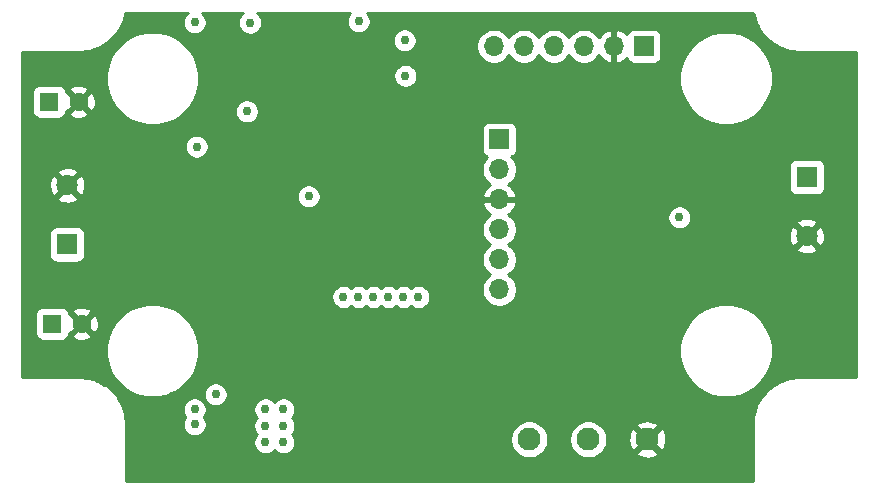
<source format=gbr>
%TF.GenerationSoftware,KiCad,Pcbnew,(5.1.8-0-10_14)*%
%TF.CreationDate,2021-08-05T18:18:29-06:00*%
%TF.ProjectId,ESP8266_Water_Sensor,45535038-3236-4365-9f57-617465725f53,rev?*%
%TF.SameCoordinates,Original*%
%TF.FileFunction,Copper,L2,Inr*%
%TF.FilePolarity,Positive*%
%FSLAX46Y46*%
G04 Gerber Fmt 4.6, Leading zero omitted, Abs format (unit mm)*
G04 Created by KiCad (PCBNEW (5.1.8-0-10_14)) date 2021-08-05 18:18:29*
%MOMM*%
%LPD*%
G01*
G04 APERTURE LIST*
%TA.AperFunction,ComponentPad*%
%ADD10R,1.700000X1.700000*%
%TD*%
%TA.AperFunction,ComponentPad*%
%ADD11O,1.700000X1.700000*%
%TD*%
%TA.AperFunction,ComponentPad*%
%ADD12C,1.800000*%
%TD*%
%TA.AperFunction,ComponentPad*%
%ADD13R,1.800000X1.800000*%
%TD*%
%TA.AperFunction,ComponentPad*%
%ADD14C,1.950000*%
%TD*%
%TA.AperFunction,ComponentPad*%
%ADD15C,1.600000*%
%TD*%
%TA.AperFunction,ComponentPad*%
%ADD16R,1.600000X1.600000*%
%TD*%
%TA.AperFunction,ViaPad*%
%ADD17C,0.762000*%
%TD*%
%TA.AperFunction,Conductor*%
%ADD18C,0.254000*%
%TD*%
%TA.AperFunction,Conductor*%
%ADD19C,0.100000*%
%TD*%
G04 APERTURE END LIST*
D10*
%TO.N,+3V3*%
%TO.C,J1*%
X157480000Y-95250000D03*
D11*
%TO.N,Net-(J1-Pad2)*%
X157480000Y-97790000D03*
%TO.N,GND*%
X157480000Y-100330000D03*
%TO.N,/I2C_SCL*%
X157480000Y-102870000D03*
%TO.N,/I2C_SDA*%
X157480000Y-105410000D03*
%TO.N,/MPU_INT*%
X157480000Y-107950000D03*
%TD*%
D12*
%TO.N,GND*%
%TO.C,J2*%
X120904000Y-99140000D03*
D13*
%TO.N,+12V*%
X120904000Y-104140000D03*
%TD*%
%TO.N,/water_voltage*%
%TO.C,J4*%
X183515000Y-98425000D03*
D12*
%TO.N,GND*%
X183515000Y-103425000D03*
%TD*%
D11*
%TO.N,/CTS_NC*%
%TO.C,J5*%
X157022800Y-87350600D03*
%TO.N,/RTS_NC*%
X159562800Y-87350600D03*
%TO.N,/ESP_TXD*%
X162102800Y-87350600D03*
%TO.N,/ESP_RXD*%
X164642800Y-87350600D03*
%TO.N,GND*%
X167182800Y-87350600D03*
D10*
%TO.N,+3V3*%
X169722800Y-87350600D03*
%TD*%
D14*
%TO.N,+12V*%
%TO.C,J3*%
X160020000Y-120650000D03*
%TO.N,/GPIO12*%
X165020000Y-120650000D03*
%TO.N,GND*%
X170020000Y-120650000D03*
%TD*%
D15*
%TO.N,GND*%
%TO.C,C14*%
X121869200Y-92049600D03*
D16*
%TO.N,+12V*%
X119369200Y-92049600D03*
%TD*%
%TO.N,+12V*%
%TO.C,C15*%
X119634000Y-110845600D03*
D15*
%TO.N,GND*%
X122134000Y-110845600D03*
%TD*%
D17*
%TO.N,+3V3*%
X144272000Y-108585000D03*
X145542000Y-108585000D03*
X146812000Y-108585000D03*
X148082000Y-108585000D03*
X149352000Y-108585000D03*
X150622000Y-108585000D03*
X172720000Y-101854000D03*
X136377000Y-85365000D03*
X131699000Y-85344000D03*
X145574000Y-85249000D03*
%TO.N,GND*%
X131735000Y-106390000D03*
X146975000Y-106390000D03*
X175260000Y-101727000D03*
X153769000Y-92865000D03*
X149253000Y-92865000D03*
X153671938Y-85365000D03*
X149458000Y-85365000D03*
X136354000Y-97365000D03*
X134125000Y-99301000D03*
X154813000Y-113665000D03*
X152400000Y-115951000D03*
X141351000Y-113411000D03*
X138176000Y-114681000D03*
X138176000Y-116205000D03*
X129540000Y-118745000D03*
X127381000Y-121158000D03*
X141224000Y-85344000D03*
X141224000Y-86995000D03*
X141224000Y-88773000D03*
%TO.N,+12V*%
X139192000Y-118110000D03*
X137668000Y-119507000D03*
X139192000Y-119507000D03*
X137668000Y-120904000D03*
X137668000Y-118110000D03*
X139192000Y-120904000D03*
%TO.N,/ESP_EN*%
X141351000Y-100076000D03*
%TO.N,/ESP_RST_L*%
X149530000Y-89865000D03*
%TO.N,/GPIO0*%
X131846000Y-95865000D03*
%TO.N,/GPIO16*%
X149482000Y-86865000D03*
%TO.N,/GPIO15*%
X136116000Y-92865000D03*
%TO.N,/U2_SS*%
X131699000Y-119380000D03*
%TO.N,/U2_COMP*%
X133477000Y-116840000D03*
%TO.N,/U2_EN*%
X131699000Y-118110000D03*
%TD*%
D18*
%TO.N,GND*%
X131051338Y-84554821D02*
X130909821Y-84696338D01*
X130798632Y-84862744D01*
X130722044Y-85047644D01*
X130683000Y-85243933D01*
X130683000Y-85444067D01*
X130722044Y-85640356D01*
X130798632Y-85825256D01*
X130909821Y-85991662D01*
X131051338Y-86133179D01*
X131217744Y-86244368D01*
X131402644Y-86320956D01*
X131598933Y-86360000D01*
X131799067Y-86360000D01*
X131995356Y-86320956D01*
X132180256Y-86244368D01*
X132346662Y-86133179D01*
X132488179Y-85991662D01*
X132599368Y-85825256D01*
X132675956Y-85640356D01*
X132715000Y-85444067D01*
X132715000Y-85243933D01*
X132675956Y-85047644D01*
X132599368Y-84862744D01*
X132488179Y-84696338D01*
X132346662Y-84554821D01*
X132310712Y-84530800D01*
X135796717Y-84530800D01*
X135729338Y-84575821D01*
X135587821Y-84717338D01*
X135476632Y-84883744D01*
X135400044Y-85068644D01*
X135361000Y-85264933D01*
X135361000Y-85465067D01*
X135400044Y-85661356D01*
X135476632Y-85846256D01*
X135587821Y-86012662D01*
X135729338Y-86154179D01*
X135895744Y-86265368D01*
X136080644Y-86341956D01*
X136276933Y-86381000D01*
X136477067Y-86381000D01*
X136673356Y-86341956D01*
X136858256Y-86265368D01*
X137024662Y-86154179D01*
X137166179Y-86012662D01*
X137277368Y-85846256D01*
X137353956Y-85661356D01*
X137393000Y-85465067D01*
X137393000Y-85264933D01*
X137353956Y-85068644D01*
X137277368Y-84883744D01*
X137166179Y-84717338D01*
X137024662Y-84575821D01*
X136957283Y-84530800D01*
X144855359Y-84530800D01*
X144784821Y-84601338D01*
X144673632Y-84767744D01*
X144597044Y-84952644D01*
X144558000Y-85148933D01*
X144558000Y-85349067D01*
X144597044Y-85545356D01*
X144673632Y-85730256D01*
X144784821Y-85896662D01*
X144926338Y-86038179D01*
X145092744Y-86149368D01*
X145277644Y-86225956D01*
X145473933Y-86265000D01*
X145674067Y-86265000D01*
X145870356Y-86225956D01*
X146055256Y-86149368D01*
X146221662Y-86038179D01*
X146363179Y-85896662D01*
X146474368Y-85730256D01*
X146550956Y-85545356D01*
X146590000Y-85349067D01*
X146590000Y-85148933D01*
X146550956Y-84952644D01*
X146474368Y-84767744D01*
X146363179Y-84601338D01*
X146292641Y-84530800D01*
X178993759Y-84530800D01*
X179001291Y-84602463D01*
X179013099Y-84659986D01*
X179024095Y-84717632D01*
X179026709Y-84726289D01*
X179217274Y-85341906D01*
X179240039Y-85396062D01*
X179262014Y-85450453D01*
X179266259Y-85458438D01*
X179572770Y-86025317D01*
X179605612Y-86074008D01*
X179637741Y-86123106D01*
X179643452Y-86130109D01*
X179643456Y-86130115D01*
X179643461Y-86130120D01*
X180054237Y-86626663D01*
X180095912Y-86668048D01*
X180136965Y-86709970D01*
X180143933Y-86715735D01*
X180643336Y-87123038D01*
X180692279Y-87155556D01*
X180740670Y-87188690D01*
X180748612Y-87192984D01*
X180748624Y-87192992D01*
X180748637Y-87192997D01*
X181317630Y-87495536D01*
X181371863Y-87517889D01*
X181425861Y-87541033D01*
X181434500Y-87543707D01*
X182051432Y-87729970D01*
X182109039Y-87741376D01*
X182166440Y-87753578D01*
X182175434Y-87754523D01*
X182816796Y-87817409D01*
X182816809Y-87817409D01*
X182848191Y-87820500D01*
X187693300Y-87820500D01*
X187693301Y-115379500D01*
X182848191Y-115379500D01*
X182818852Y-115382390D01*
X182798244Y-115382246D01*
X182789244Y-115383128D01*
X182148337Y-115450491D01*
X182090814Y-115462299D01*
X182033168Y-115473295D01*
X182024513Y-115475908D01*
X182024507Y-115475910D01*
X181408894Y-115666474D01*
X181354726Y-115689244D01*
X181300347Y-115711214D01*
X181292367Y-115715457D01*
X181292362Y-115715459D01*
X181292361Y-115715460D01*
X180725483Y-116021969D01*
X180676765Y-116054830D01*
X180627694Y-116086941D01*
X180620691Y-116092652D01*
X180620685Y-116092656D01*
X180620680Y-116092661D01*
X180124138Y-116503436D01*
X180082735Y-116545128D01*
X180040830Y-116586165D01*
X180035070Y-116593127D01*
X180035065Y-116593132D01*
X180035061Y-116593137D01*
X179627762Y-117092536D01*
X179595256Y-117141461D01*
X179562110Y-117189869D01*
X179557813Y-117197816D01*
X179557808Y-117197824D01*
X179557805Y-117197832D01*
X179255264Y-117766830D01*
X179232911Y-117821063D01*
X179209767Y-117875061D01*
X179207093Y-117883700D01*
X179020830Y-118500632D01*
X179009425Y-118558232D01*
X178997222Y-118615640D01*
X178996277Y-118624633D01*
X178933391Y-119265996D01*
X178933391Y-119266010D01*
X178930300Y-119297392D01*
X178930301Y-124142500D01*
X125869700Y-124142500D01*
X125869700Y-119297391D01*
X125866810Y-119268052D01*
X125866954Y-119247444D01*
X125866072Y-119238444D01*
X125798709Y-118597537D01*
X125786901Y-118540014D01*
X125775905Y-118482368D01*
X125773291Y-118473711D01*
X125629728Y-118009933D01*
X130683000Y-118009933D01*
X130683000Y-118210067D01*
X130722044Y-118406356D01*
X130798632Y-118591256D01*
X130901361Y-118745000D01*
X130798632Y-118898744D01*
X130722044Y-119083644D01*
X130683000Y-119279933D01*
X130683000Y-119480067D01*
X130722044Y-119676356D01*
X130798632Y-119861256D01*
X130909821Y-120027662D01*
X131051338Y-120169179D01*
X131217744Y-120280368D01*
X131402644Y-120356956D01*
X131598933Y-120396000D01*
X131799067Y-120396000D01*
X131995356Y-120356956D01*
X132180256Y-120280368D01*
X132346662Y-120169179D01*
X132488179Y-120027662D01*
X132599368Y-119861256D01*
X132675956Y-119676356D01*
X132715000Y-119480067D01*
X132715000Y-119279933D01*
X132675956Y-119083644D01*
X132599368Y-118898744D01*
X132496639Y-118745000D01*
X132599368Y-118591256D01*
X132675956Y-118406356D01*
X132715000Y-118210067D01*
X132715000Y-118009933D01*
X136652000Y-118009933D01*
X136652000Y-118210067D01*
X136691044Y-118406356D01*
X136767632Y-118591256D01*
X136878821Y-118757662D01*
X136929659Y-118808500D01*
X136878821Y-118859338D01*
X136767632Y-119025744D01*
X136691044Y-119210644D01*
X136652000Y-119406933D01*
X136652000Y-119607067D01*
X136691044Y-119803356D01*
X136767632Y-119988256D01*
X136878821Y-120154662D01*
X136929659Y-120205500D01*
X136878821Y-120256338D01*
X136767632Y-120422744D01*
X136691044Y-120607644D01*
X136652000Y-120803933D01*
X136652000Y-121004067D01*
X136691044Y-121200356D01*
X136767632Y-121385256D01*
X136878821Y-121551662D01*
X137020338Y-121693179D01*
X137186744Y-121804368D01*
X137371644Y-121880956D01*
X137567933Y-121920000D01*
X137768067Y-121920000D01*
X137964356Y-121880956D01*
X138149256Y-121804368D01*
X138315662Y-121693179D01*
X138430000Y-121578841D01*
X138544338Y-121693179D01*
X138710744Y-121804368D01*
X138895644Y-121880956D01*
X139091933Y-121920000D01*
X139292067Y-121920000D01*
X139488356Y-121880956D01*
X139673256Y-121804368D01*
X139839662Y-121693179D01*
X139981179Y-121551662D01*
X140092368Y-121385256D01*
X140168956Y-121200356D01*
X140208000Y-121004067D01*
X140208000Y-120803933D01*
X140168956Y-120607644D01*
X140120819Y-120491429D01*
X158410000Y-120491429D01*
X158410000Y-120808571D01*
X158471871Y-121119620D01*
X158593237Y-121412621D01*
X158769431Y-121676315D01*
X158993685Y-121900569D01*
X159257379Y-122076763D01*
X159550380Y-122198129D01*
X159861429Y-122260000D01*
X160178571Y-122260000D01*
X160489620Y-122198129D01*
X160782621Y-122076763D01*
X161046315Y-121900569D01*
X161270569Y-121676315D01*
X161446763Y-121412621D01*
X161568129Y-121119620D01*
X161630000Y-120808571D01*
X161630000Y-120491429D01*
X163410000Y-120491429D01*
X163410000Y-120808571D01*
X163471871Y-121119620D01*
X163593237Y-121412621D01*
X163769431Y-121676315D01*
X163993685Y-121900569D01*
X164257379Y-122076763D01*
X164550380Y-122198129D01*
X164861429Y-122260000D01*
X165178571Y-122260000D01*
X165489620Y-122198129D01*
X165782621Y-122076763D01*
X166046315Y-121900569D01*
X166179300Y-121767584D01*
X169082021Y-121767584D01*
X169174766Y-122029429D01*
X169460120Y-122167820D01*
X169766990Y-122247883D01*
X170083584Y-122266540D01*
X170397733Y-122223074D01*
X170697367Y-122119156D01*
X170865234Y-122029429D01*
X170957979Y-121767584D01*
X170020000Y-120829605D01*
X169082021Y-121767584D01*
X166179300Y-121767584D01*
X166270569Y-121676315D01*
X166446763Y-121412621D01*
X166568129Y-121119620D01*
X166630000Y-120808571D01*
X166630000Y-120713584D01*
X168403460Y-120713584D01*
X168446926Y-121027733D01*
X168550844Y-121327367D01*
X168640571Y-121495234D01*
X168902416Y-121587979D01*
X169840395Y-120650000D01*
X170199605Y-120650000D01*
X171137584Y-121587979D01*
X171399429Y-121495234D01*
X171537820Y-121209880D01*
X171617883Y-120903010D01*
X171636540Y-120586416D01*
X171593074Y-120272267D01*
X171489156Y-119972633D01*
X171399429Y-119804766D01*
X171137584Y-119712021D01*
X170199605Y-120650000D01*
X169840395Y-120650000D01*
X168902416Y-119712021D01*
X168640571Y-119804766D01*
X168502180Y-120090120D01*
X168422117Y-120396990D01*
X168403460Y-120713584D01*
X166630000Y-120713584D01*
X166630000Y-120491429D01*
X166568129Y-120180380D01*
X166446763Y-119887379D01*
X166270569Y-119623685D01*
X166179300Y-119532416D01*
X169082021Y-119532416D01*
X170020000Y-120470395D01*
X170957979Y-119532416D01*
X170865234Y-119270571D01*
X170579880Y-119132180D01*
X170273010Y-119052117D01*
X169956416Y-119033460D01*
X169642267Y-119076926D01*
X169342633Y-119180844D01*
X169174766Y-119270571D01*
X169082021Y-119532416D01*
X166179300Y-119532416D01*
X166046315Y-119399431D01*
X165782621Y-119223237D01*
X165489620Y-119101871D01*
X165178571Y-119040000D01*
X164861429Y-119040000D01*
X164550380Y-119101871D01*
X164257379Y-119223237D01*
X163993685Y-119399431D01*
X163769431Y-119623685D01*
X163593237Y-119887379D01*
X163471871Y-120180380D01*
X163410000Y-120491429D01*
X161630000Y-120491429D01*
X161568129Y-120180380D01*
X161446763Y-119887379D01*
X161270569Y-119623685D01*
X161046315Y-119399431D01*
X160782621Y-119223237D01*
X160489620Y-119101871D01*
X160178571Y-119040000D01*
X159861429Y-119040000D01*
X159550380Y-119101871D01*
X159257379Y-119223237D01*
X158993685Y-119399431D01*
X158769431Y-119623685D01*
X158593237Y-119887379D01*
X158471871Y-120180380D01*
X158410000Y-120491429D01*
X140120819Y-120491429D01*
X140092368Y-120422744D01*
X139981179Y-120256338D01*
X139930341Y-120205500D01*
X139981179Y-120154662D01*
X140092368Y-119988256D01*
X140168956Y-119803356D01*
X140208000Y-119607067D01*
X140208000Y-119406933D01*
X140168956Y-119210644D01*
X140092368Y-119025744D01*
X139981179Y-118859338D01*
X139930341Y-118808500D01*
X139981179Y-118757662D01*
X140092368Y-118591256D01*
X140168956Y-118406356D01*
X140208000Y-118210067D01*
X140208000Y-118009933D01*
X140168956Y-117813644D01*
X140092368Y-117628744D01*
X139981179Y-117462338D01*
X139839662Y-117320821D01*
X139673256Y-117209632D01*
X139488356Y-117133044D01*
X139292067Y-117094000D01*
X139091933Y-117094000D01*
X138895644Y-117133044D01*
X138710744Y-117209632D01*
X138544338Y-117320821D01*
X138430000Y-117435159D01*
X138315662Y-117320821D01*
X138149256Y-117209632D01*
X137964356Y-117133044D01*
X137768067Y-117094000D01*
X137567933Y-117094000D01*
X137371644Y-117133044D01*
X137186744Y-117209632D01*
X137020338Y-117320821D01*
X136878821Y-117462338D01*
X136767632Y-117628744D01*
X136691044Y-117813644D01*
X136652000Y-118009933D01*
X132715000Y-118009933D01*
X132675956Y-117813644D01*
X132599368Y-117628744D01*
X132488179Y-117462338D01*
X132346662Y-117320821D01*
X132180256Y-117209632D01*
X131995356Y-117133044D01*
X131799067Y-117094000D01*
X131598933Y-117094000D01*
X131402644Y-117133044D01*
X131217744Y-117209632D01*
X131051338Y-117320821D01*
X130909821Y-117462338D01*
X130798632Y-117628744D01*
X130722044Y-117813644D01*
X130683000Y-118009933D01*
X125629728Y-118009933D01*
X125582726Y-117858094D01*
X125559956Y-117803926D01*
X125537986Y-117749547D01*
X125533741Y-117741563D01*
X125533741Y-117741562D01*
X125533738Y-117741558D01*
X125227231Y-117174683D01*
X125194370Y-117125965D01*
X125162259Y-117076894D01*
X125156548Y-117069891D01*
X125156544Y-117069885D01*
X125156539Y-117069880D01*
X124745764Y-116573338D01*
X124704072Y-116531935D01*
X124663035Y-116490030D01*
X124656073Y-116484270D01*
X124656068Y-116484265D01*
X124656063Y-116484261D01*
X124156664Y-116076962D01*
X124107739Y-116044456D01*
X124059331Y-116011310D01*
X124051384Y-116007013D01*
X124051376Y-116007008D01*
X124051368Y-116007005D01*
X123482370Y-115704464D01*
X123428137Y-115682111D01*
X123374139Y-115658967D01*
X123365500Y-115656293D01*
X122748568Y-115470030D01*
X122690968Y-115458625D01*
X122633560Y-115446422D01*
X122624567Y-115445477D01*
X121983204Y-115382591D01*
X121983191Y-115382591D01*
X121951809Y-115379500D01*
X117106700Y-115379500D01*
X117106700Y-112742608D01*
X124168100Y-112742608D01*
X124168100Y-113520592D01*
X124319877Y-114283627D01*
X124617598Y-115002390D01*
X125049823Y-115649260D01*
X125599940Y-116199377D01*
X126246810Y-116631602D01*
X126965573Y-116929323D01*
X127728608Y-117081100D01*
X128506592Y-117081100D01*
X129269627Y-116929323D01*
X129726855Y-116739933D01*
X132461000Y-116739933D01*
X132461000Y-116940067D01*
X132500044Y-117136356D01*
X132576632Y-117321256D01*
X132687821Y-117487662D01*
X132829338Y-117629179D01*
X132995744Y-117740368D01*
X133180644Y-117816956D01*
X133376933Y-117856000D01*
X133577067Y-117856000D01*
X133773356Y-117816956D01*
X133958256Y-117740368D01*
X134124662Y-117629179D01*
X134266179Y-117487662D01*
X134377368Y-117321256D01*
X134453956Y-117136356D01*
X134493000Y-116940067D01*
X134493000Y-116739933D01*
X134453956Y-116543644D01*
X134377368Y-116358744D01*
X134266179Y-116192338D01*
X134124662Y-116050821D01*
X133958256Y-115939632D01*
X133773356Y-115863044D01*
X133577067Y-115824000D01*
X133376933Y-115824000D01*
X133180644Y-115863044D01*
X132995744Y-115939632D01*
X132829338Y-116050821D01*
X132687821Y-116192338D01*
X132576632Y-116358744D01*
X132500044Y-116543644D01*
X132461000Y-116739933D01*
X129726855Y-116739933D01*
X129988390Y-116631602D01*
X130635260Y-116199377D01*
X131185377Y-115649260D01*
X131617602Y-115002390D01*
X131915323Y-114283627D01*
X132067100Y-113520592D01*
X132067100Y-112742608D01*
X172732900Y-112742608D01*
X172732900Y-113520592D01*
X172884677Y-114283627D01*
X173182398Y-115002390D01*
X173614623Y-115649260D01*
X174164740Y-116199377D01*
X174811610Y-116631602D01*
X175530373Y-116929323D01*
X176293408Y-117081100D01*
X177071392Y-117081100D01*
X177834427Y-116929323D01*
X178553190Y-116631602D01*
X179200060Y-116199377D01*
X179750177Y-115649260D01*
X180182402Y-115002390D01*
X180480123Y-114283627D01*
X180631900Y-113520592D01*
X180631900Y-112742608D01*
X180480123Y-111979573D01*
X180182402Y-111260810D01*
X179750177Y-110613940D01*
X179200060Y-110063823D01*
X178553190Y-109631598D01*
X177834427Y-109333877D01*
X177071392Y-109182100D01*
X176293408Y-109182100D01*
X175530373Y-109333877D01*
X174811610Y-109631598D01*
X174164740Y-110063823D01*
X173614623Y-110613940D01*
X173182398Y-111260810D01*
X172884677Y-111979573D01*
X172732900Y-112742608D01*
X132067100Y-112742608D01*
X131915323Y-111979573D01*
X131617602Y-111260810D01*
X131185377Y-110613940D01*
X130635260Y-110063823D01*
X129988390Y-109631598D01*
X129269627Y-109333877D01*
X128506592Y-109182100D01*
X127728608Y-109182100D01*
X126965573Y-109333877D01*
X126246810Y-109631598D01*
X125599940Y-110063823D01*
X125049823Y-110613940D01*
X124617598Y-111260810D01*
X124319877Y-111979573D01*
X124168100Y-112742608D01*
X117106700Y-112742608D01*
X117106700Y-110045600D01*
X118195928Y-110045600D01*
X118195928Y-111645600D01*
X118208188Y-111770082D01*
X118244498Y-111889780D01*
X118303463Y-112000094D01*
X118382815Y-112096785D01*
X118479506Y-112176137D01*
X118589820Y-112235102D01*
X118709518Y-112271412D01*
X118834000Y-112283672D01*
X120434000Y-112283672D01*
X120558482Y-112271412D01*
X120678180Y-112235102D01*
X120788494Y-112176137D01*
X120885185Y-112096785D01*
X120964537Y-112000094D01*
X121023502Y-111889780D01*
X121039117Y-111838302D01*
X121320903Y-111838302D01*
X121392486Y-112082271D01*
X121647996Y-112203171D01*
X121922184Y-112271900D01*
X122204512Y-112285817D01*
X122484130Y-112244387D01*
X122750292Y-112149203D01*
X122875514Y-112082271D01*
X122947097Y-111838302D01*
X122134000Y-111025205D01*
X121320903Y-111838302D01*
X121039117Y-111838302D01*
X121059812Y-111770082D01*
X121072072Y-111645600D01*
X121072072Y-111638385D01*
X121141298Y-111658697D01*
X121954395Y-110845600D01*
X122313605Y-110845600D01*
X123126702Y-111658697D01*
X123370671Y-111587114D01*
X123491571Y-111331604D01*
X123560300Y-111057416D01*
X123574217Y-110775088D01*
X123532787Y-110495470D01*
X123437603Y-110229308D01*
X123370671Y-110104086D01*
X123126702Y-110032503D01*
X122313605Y-110845600D01*
X121954395Y-110845600D01*
X121141298Y-110032503D01*
X121072072Y-110052815D01*
X121072072Y-110045600D01*
X121059812Y-109921118D01*
X121039118Y-109852898D01*
X121320903Y-109852898D01*
X122134000Y-110665995D01*
X122947097Y-109852898D01*
X122875514Y-109608929D01*
X122620004Y-109488029D01*
X122345816Y-109419300D01*
X122063488Y-109405383D01*
X121783870Y-109446813D01*
X121517708Y-109541997D01*
X121392486Y-109608929D01*
X121320903Y-109852898D01*
X121039118Y-109852898D01*
X121023502Y-109801420D01*
X120964537Y-109691106D01*
X120885185Y-109594415D01*
X120788494Y-109515063D01*
X120678180Y-109456098D01*
X120558482Y-109419788D01*
X120434000Y-109407528D01*
X118834000Y-109407528D01*
X118709518Y-109419788D01*
X118589820Y-109456098D01*
X118479506Y-109515063D01*
X118382815Y-109594415D01*
X118303463Y-109691106D01*
X118244498Y-109801420D01*
X118208188Y-109921118D01*
X118195928Y-110045600D01*
X117106700Y-110045600D01*
X117106700Y-108484933D01*
X143256000Y-108484933D01*
X143256000Y-108685067D01*
X143295044Y-108881356D01*
X143371632Y-109066256D01*
X143482821Y-109232662D01*
X143624338Y-109374179D01*
X143790744Y-109485368D01*
X143975644Y-109561956D01*
X144171933Y-109601000D01*
X144372067Y-109601000D01*
X144568356Y-109561956D01*
X144753256Y-109485368D01*
X144907000Y-109382639D01*
X145060744Y-109485368D01*
X145245644Y-109561956D01*
X145441933Y-109601000D01*
X145642067Y-109601000D01*
X145838356Y-109561956D01*
X146023256Y-109485368D01*
X146177000Y-109382639D01*
X146330744Y-109485368D01*
X146515644Y-109561956D01*
X146711933Y-109601000D01*
X146912067Y-109601000D01*
X147108356Y-109561956D01*
X147293256Y-109485368D01*
X147447000Y-109382639D01*
X147600744Y-109485368D01*
X147785644Y-109561956D01*
X147981933Y-109601000D01*
X148182067Y-109601000D01*
X148378356Y-109561956D01*
X148563256Y-109485368D01*
X148717000Y-109382639D01*
X148870744Y-109485368D01*
X149055644Y-109561956D01*
X149251933Y-109601000D01*
X149452067Y-109601000D01*
X149648356Y-109561956D01*
X149833256Y-109485368D01*
X149987000Y-109382639D01*
X150140744Y-109485368D01*
X150325644Y-109561956D01*
X150521933Y-109601000D01*
X150722067Y-109601000D01*
X150918356Y-109561956D01*
X151103256Y-109485368D01*
X151269662Y-109374179D01*
X151411179Y-109232662D01*
X151522368Y-109066256D01*
X151598956Y-108881356D01*
X151638000Y-108685067D01*
X151638000Y-108484933D01*
X151598956Y-108288644D01*
X151522368Y-108103744D01*
X151411179Y-107937338D01*
X151269662Y-107795821D01*
X151103256Y-107684632D01*
X150918356Y-107608044D01*
X150722067Y-107569000D01*
X150521933Y-107569000D01*
X150325644Y-107608044D01*
X150140744Y-107684632D01*
X149987000Y-107787361D01*
X149833256Y-107684632D01*
X149648356Y-107608044D01*
X149452067Y-107569000D01*
X149251933Y-107569000D01*
X149055644Y-107608044D01*
X148870744Y-107684632D01*
X148717000Y-107787361D01*
X148563256Y-107684632D01*
X148378356Y-107608044D01*
X148182067Y-107569000D01*
X147981933Y-107569000D01*
X147785644Y-107608044D01*
X147600744Y-107684632D01*
X147447000Y-107787361D01*
X147293256Y-107684632D01*
X147108356Y-107608044D01*
X146912067Y-107569000D01*
X146711933Y-107569000D01*
X146515644Y-107608044D01*
X146330744Y-107684632D01*
X146177000Y-107787361D01*
X146023256Y-107684632D01*
X145838356Y-107608044D01*
X145642067Y-107569000D01*
X145441933Y-107569000D01*
X145245644Y-107608044D01*
X145060744Y-107684632D01*
X144907000Y-107787361D01*
X144753256Y-107684632D01*
X144568356Y-107608044D01*
X144372067Y-107569000D01*
X144171933Y-107569000D01*
X143975644Y-107608044D01*
X143790744Y-107684632D01*
X143624338Y-107795821D01*
X143482821Y-107937338D01*
X143371632Y-108103744D01*
X143295044Y-108288644D01*
X143256000Y-108484933D01*
X117106700Y-108484933D01*
X117106700Y-103240000D01*
X119365928Y-103240000D01*
X119365928Y-105040000D01*
X119378188Y-105164482D01*
X119414498Y-105284180D01*
X119473463Y-105394494D01*
X119552815Y-105491185D01*
X119649506Y-105570537D01*
X119759820Y-105629502D01*
X119879518Y-105665812D01*
X120004000Y-105678072D01*
X121804000Y-105678072D01*
X121928482Y-105665812D01*
X122048180Y-105629502D01*
X122158494Y-105570537D01*
X122255185Y-105491185D01*
X122334537Y-105394494D01*
X122393502Y-105284180D01*
X122429812Y-105164482D01*
X122442072Y-105040000D01*
X122442072Y-103240000D01*
X122429812Y-103115518D01*
X122393502Y-102995820D01*
X122334537Y-102885506D01*
X122255185Y-102788815D01*
X122175891Y-102723740D01*
X155995000Y-102723740D01*
X155995000Y-103016260D01*
X156052068Y-103303158D01*
X156164010Y-103573411D01*
X156326525Y-103816632D01*
X156533368Y-104023475D01*
X156707760Y-104140000D01*
X156533368Y-104256525D01*
X156326525Y-104463368D01*
X156164010Y-104706589D01*
X156052068Y-104976842D01*
X155995000Y-105263740D01*
X155995000Y-105556260D01*
X156052068Y-105843158D01*
X156164010Y-106113411D01*
X156326525Y-106356632D01*
X156533368Y-106563475D01*
X156707760Y-106680000D01*
X156533368Y-106796525D01*
X156326525Y-107003368D01*
X156164010Y-107246589D01*
X156052068Y-107516842D01*
X155995000Y-107803740D01*
X155995000Y-108096260D01*
X156052068Y-108383158D01*
X156164010Y-108653411D01*
X156326525Y-108896632D01*
X156533368Y-109103475D01*
X156776589Y-109265990D01*
X157046842Y-109377932D01*
X157333740Y-109435000D01*
X157626260Y-109435000D01*
X157913158Y-109377932D01*
X158183411Y-109265990D01*
X158426632Y-109103475D01*
X158633475Y-108896632D01*
X158795990Y-108653411D01*
X158907932Y-108383158D01*
X158965000Y-108096260D01*
X158965000Y-107803740D01*
X158907932Y-107516842D01*
X158795990Y-107246589D01*
X158633475Y-107003368D01*
X158426632Y-106796525D01*
X158252240Y-106680000D01*
X158426632Y-106563475D01*
X158633475Y-106356632D01*
X158795990Y-106113411D01*
X158907932Y-105843158D01*
X158965000Y-105556260D01*
X158965000Y-105263740D01*
X158907932Y-104976842D01*
X158795990Y-104706589D01*
X158650656Y-104489080D01*
X182630525Y-104489080D01*
X182714208Y-104743261D01*
X182986775Y-104874158D01*
X183279642Y-104949365D01*
X183581553Y-104965991D01*
X183880907Y-104923397D01*
X184166199Y-104823222D01*
X184315792Y-104743261D01*
X184399475Y-104489080D01*
X183515000Y-103604605D01*
X182630525Y-104489080D01*
X158650656Y-104489080D01*
X158633475Y-104463368D01*
X158426632Y-104256525D01*
X158252240Y-104140000D01*
X158426632Y-104023475D01*
X158633475Y-103816632D01*
X158795990Y-103573411D01*
X158829896Y-103491553D01*
X181974009Y-103491553D01*
X182016603Y-103790907D01*
X182116778Y-104076199D01*
X182196739Y-104225792D01*
X182450920Y-104309475D01*
X183335395Y-103425000D01*
X183694605Y-103425000D01*
X184579080Y-104309475D01*
X184833261Y-104225792D01*
X184964158Y-103953225D01*
X185039365Y-103660358D01*
X185055991Y-103358447D01*
X185013397Y-103059093D01*
X184913222Y-102773801D01*
X184833261Y-102624208D01*
X184579080Y-102540525D01*
X183694605Y-103425000D01*
X183335395Y-103425000D01*
X182450920Y-102540525D01*
X182196739Y-102624208D01*
X182065842Y-102896775D01*
X181990635Y-103189642D01*
X181974009Y-103491553D01*
X158829896Y-103491553D01*
X158907932Y-103303158D01*
X158965000Y-103016260D01*
X158965000Y-102723740D01*
X158907932Y-102436842D01*
X158795990Y-102166589D01*
X158633475Y-101923368D01*
X158464040Y-101753933D01*
X171704000Y-101753933D01*
X171704000Y-101954067D01*
X171743044Y-102150356D01*
X171819632Y-102335256D01*
X171930821Y-102501662D01*
X172072338Y-102643179D01*
X172238744Y-102754368D01*
X172423644Y-102830956D01*
X172619933Y-102870000D01*
X172820067Y-102870000D01*
X173016356Y-102830956D01*
X173201256Y-102754368D01*
X173367662Y-102643179D01*
X173509179Y-102501662D01*
X173603219Y-102360920D01*
X182630525Y-102360920D01*
X183515000Y-103245395D01*
X184399475Y-102360920D01*
X184315792Y-102106739D01*
X184043225Y-101975842D01*
X183750358Y-101900635D01*
X183448447Y-101884009D01*
X183149093Y-101926603D01*
X182863801Y-102026778D01*
X182714208Y-102106739D01*
X182630525Y-102360920D01*
X173603219Y-102360920D01*
X173620368Y-102335256D01*
X173696956Y-102150356D01*
X173736000Y-101954067D01*
X173736000Y-101753933D01*
X173696956Y-101557644D01*
X173620368Y-101372744D01*
X173509179Y-101206338D01*
X173367662Y-101064821D01*
X173201256Y-100953632D01*
X173016356Y-100877044D01*
X172820067Y-100838000D01*
X172619933Y-100838000D01*
X172423644Y-100877044D01*
X172238744Y-100953632D01*
X172072338Y-101064821D01*
X171930821Y-101206338D01*
X171819632Y-101372744D01*
X171743044Y-101557644D01*
X171704000Y-101753933D01*
X158464040Y-101753933D01*
X158426632Y-101716525D01*
X158244466Y-101594805D01*
X158361355Y-101525178D01*
X158577588Y-101330269D01*
X158751641Y-101096920D01*
X158876825Y-100834099D01*
X158921476Y-100686890D01*
X158800155Y-100457000D01*
X157607000Y-100457000D01*
X157607000Y-100477000D01*
X157353000Y-100477000D01*
X157353000Y-100457000D01*
X156159845Y-100457000D01*
X156038524Y-100686890D01*
X156083175Y-100834099D01*
X156208359Y-101096920D01*
X156382412Y-101330269D01*
X156598645Y-101525178D01*
X156715534Y-101594805D01*
X156533368Y-101716525D01*
X156326525Y-101923368D01*
X156164010Y-102166589D01*
X156052068Y-102436842D01*
X155995000Y-102723740D01*
X122175891Y-102723740D01*
X122158494Y-102709463D01*
X122048180Y-102650498D01*
X121928482Y-102614188D01*
X121804000Y-102601928D01*
X120004000Y-102601928D01*
X119879518Y-102614188D01*
X119759820Y-102650498D01*
X119649506Y-102709463D01*
X119552815Y-102788815D01*
X119473463Y-102885506D01*
X119414498Y-102995820D01*
X119378188Y-103115518D01*
X119365928Y-103240000D01*
X117106700Y-103240000D01*
X117106700Y-100204080D01*
X120019525Y-100204080D01*
X120103208Y-100458261D01*
X120375775Y-100589158D01*
X120668642Y-100664365D01*
X120970553Y-100680991D01*
X121269907Y-100638397D01*
X121555199Y-100538222D01*
X121704792Y-100458261D01*
X121788475Y-100204080D01*
X120904000Y-99319605D01*
X120019525Y-100204080D01*
X117106700Y-100204080D01*
X117106700Y-99206553D01*
X119363009Y-99206553D01*
X119405603Y-99505907D01*
X119505778Y-99791199D01*
X119585739Y-99940792D01*
X119839920Y-100024475D01*
X120724395Y-99140000D01*
X121083605Y-99140000D01*
X121968080Y-100024475D01*
X122115522Y-99975933D01*
X140335000Y-99975933D01*
X140335000Y-100176067D01*
X140374044Y-100372356D01*
X140450632Y-100557256D01*
X140561821Y-100723662D01*
X140703338Y-100865179D01*
X140869744Y-100976368D01*
X141054644Y-101052956D01*
X141250933Y-101092000D01*
X141451067Y-101092000D01*
X141647356Y-101052956D01*
X141832256Y-100976368D01*
X141998662Y-100865179D01*
X142140179Y-100723662D01*
X142251368Y-100557256D01*
X142327956Y-100372356D01*
X142367000Y-100176067D01*
X142367000Y-99975933D01*
X142327956Y-99779644D01*
X142251368Y-99594744D01*
X142140179Y-99428338D01*
X141998662Y-99286821D01*
X141832256Y-99175632D01*
X141647356Y-99099044D01*
X141451067Y-99060000D01*
X141250933Y-99060000D01*
X141054644Y-99099044D01*
X140869744Y-99175632D01*
X140703338Y-99286821D01*
X140561821Y-99428338D01*
X140450632Y-99594744D01*
X140374044Y-99779644D01*
X140335000Y-99975933D01*
X122115522Y-99975933D01*
X122222261Y-99940792D01*
X122353158Y-99668225D01*
X122428365Y-99375358D01*
X122444991Y-99073447D01*
X122402397Y-98774093D01*
X122302222Y-98488801D01*
X122222261Y-98339208D01*
X121968080Y-98255525D01*
X121083605Y-99140000D01*
X120724395Y-99140000D01*
X119839920Y-98255525D01*
X119585739Y-98339208D01*
X119454842Y-98611775D01*
X119379635Y-98904642D01*
X119363009Y-99206553D01*
X117106700Y-99206553D01*
X117106700Y-98075920D01*
X120019525Y-98075920D01*
X120904000Y-98960395D01*
X121788475Y-98075920D01*
X121704792Y-97821739D01*
X121432225Y-97690842D01*
X121139358Y-97615635D01*
X120837447Y-97599009D01*
X120538093Y-97641603D01*
X120252801Y-97741778D01*
X120103208Y-97821739D01*
X120019525Y-98075920D01*
X117106700Y-98075920D01*
X117106700Y-95764933D01*
X130830000Y-95764933D01*
X130830000Y-95965067D01*
X130869044Y-96161356D01*
X130945632Y-96346256D01*
X131056821Y-96512662D01*
X131198338Y-96654179D01*
X131364744Y-96765368D01*
X131549644Y-96841956D01*
X131745933Y-96881000D01*
X131946067Y-96881000D01*
X132142356Y-96841956D01*
X132327256Y-96765368D01*
X132493662Y-96654179D01*
X132635179Y-96512662D01*
X132746368Y-96346256D01*
X132822956Y-96161356D01*
X132862000Y-95965067D01*
X132862000Y-95764933D01*
X132822956Y-95568644D01*
X132746368Y-95383744D01*
X132635179Y-95217338D01*
X132493662Y-95075821D01*
X132327256Y-94964632D01*
X132142356Y-94888044D01*
X131946067Y-94849000D01*
X131745933Y-94849000D01*
X131549644Y-94888044D01*
X131364744Y-94964632D01*
X131198338Y-95075821D01*
X131056821Y-95217338D01*
X130945632Y-95383744D01*
X130869044Y-95568644D01*
X130830000Y-95764933D01*
X117106700Y-95764933D01*
X117106700Y-94400000D01*
X155991928Y-94400000D01*
X155991928Y-96100000D01*
X156004188Y-96224482D01*
X156040498Y-96344180D01*
X156099463Y-96454494D01*
X156178815Y-96551185D01*
X156275506Y-96630537D01*
X156385820Y-96689502D01*
X156458380Y-96711513D01*
X156326525Y-96843368D01*
X156164010Y-97086589D01*
X156052068Y-97356842D01*
X155995000Y-97643740D01*
X155995000Y-97936260D01*
X156052068Y-98223158D01*
X156164010Y-98493411D01*
X156326525Y-98736632D01*
X156533368Y-98943475D01*
X156715534Y-99065195D01*
X156598645Y-99134822D01*
X156382412Y-99329731D01*
X156208359Y-99563080D01*
X156083175Y-99825901D01*
X156038524Y-99973110D01*
X156159845Y-100203000D01*
X157353000Y-100203000D01*
X157353000Y-100183000D01*
X157607000Y-100183000D01*
X157607000Y-100203000D01*
X158800155Y-100203000D01*
X158921476Y-99973110D01*
X158876825Y-99825901D01*
X158751641Y-99563080D01*
X158577588Y-99329731D01*
X158361355Y-99134822D01*
X158244466Y-99065195D01*
X158426632Y-98943475D01*
X158633475Y-98736632D01*
X158795990Y-98493411D01*
X158907932Y-98223158D01*
X158965000Y-97936260D01*
X158965000Y-97643740D01*
X158941381Y-97525000D01*
X181976928Y-97525000D01*
X181976928Y-99325000D01*
X181989188Y-99449482D01*
X182025498Y-99569180D01*
X182084463Y-99679494D01*
X182163815Y-99776185D01*
X182260506Y-99855537D01*
X182370820Y-99914502D01*
X182490518Y-99950812D01*
X182615000Y-99963072D01*
X184415000Y-99963072D01*
X184539482Y-99950812D01*
X184659180Y-99914502D01*
X184769494Y-99855537D01*
X184866185Y-99776185D01*
X184945537Y-99679494D01*
X185004502Y-99569180D01*
X185040812Y-99449482D01*
X185053072Y-99325000D01*
X185053072Y-97525000D01*
X185040812Y-97400518D01*
X185004502Y-97280820D01*
X184945537Y-97170506D01*
X184866185Y-97073815D01*
X184769494Y-96994463D01*
X184659180Y-96935498D01*
X184539482Y-96899188D01*
X184415000Y-96886928D01*
X182615000Y-96886928D01*
X182490518Y-96899188D01*
X182370820Y-96935498D01*
X182260506Y-96994463D01*
X182163815Y-97073815D01*
X182084463Y-97170506D01*
X182025498Y-97280820D01*
X181989188Y-97400518D01*
X181976928Y-97525000D01*
X158941381Y-97525000D01*
X158907932Y-97356842D01*
X158795990Y-97086589D01*
X158633475Y-96843368D01*
X158501620Y-96711513D01*
X158574180Y-96689502D01*
X158684494Y-96630537D01*
X158781185Y-96551185D01*
X158860537Y-96454494D01*
X158919502Y-96344180D01*
X158955812Y-96224482D01*
X158968072Y-96100000D01*
X158968072Y-94400000D01*
X158955812Y-94275518D01*
X158919502Y-94155820D01*
X158860537Y-94045506D01*
X158781185Y-93948815D01*
X158684494Y-93869463D01*
X158574180Y-93810498D01*
X158454482Y-93774188D01*
X158330000Y-93761928D01*
X156630000Y-93761928D01*
X156505518Y-93774188D01*
X156385820Y-93810498D01*
X156275506Y-93869463D01*
X156178815Y-93948815D01*
X156099463Y-94045506D01*
X156040498Y-94155820D01*
X156004188Y-94275518D01*
X155991928Y-94400000D01*
X117106700Y-94400000D01*
X117106700Y-91249600D01*
X117931128Y-91249600D01*
X117931128Y-92849600D01*
X117943388Y-92974082D01*
X117979698Y-93093780D01*
X118038663Y-93204094D01*
X118118015Y-93300785D01*
X118214706Y-93380137D01*
X118325020Y-93439102D01*
X118444718Y-93475412D01*
X118569200Y-93487672D01*
X120169200Y-93487672D01*
X120293682Y-93475412D01*
X120413380Y-93439102D01*
X120523694Y-93380137D01*
X120620385Y-93300785D01*
X120699737Y-93204094D01*
X120758702Y-93093780D01*
X120774317Y-93042302D01*
X121056103Y-93042302D01*
X121127686Y-93286271D01*
X121383196Y-93407171D01*
X121657384Y-93475900D01*
X121939712Y-93489817D01*
X122219330Y-93448387D01*
X122485492Y-93353203D01*
X122610714Y-93286271D01*
X122682297Y-93042302D01*
X121869200Y-92229205D01*
X121056103Y-93042302D01*
X120774317Y-93042302D01*
X120795012Y-92974082D01*
X120807272Y-92849600D01*
X120807272Y-92842385D01*
X120876498Y-92862697D01*
X121689595Y-92049600D01*
X122048805Y-92049600D01*
X122861902Y-92862697D01*
X123105871Y-92791114D01*
X123226771Y-92535604D01*
X123295500Y-92261416D01*
X123309417Y-91979088D01*
X123267987Y-91699470D01*
X123172803Y-91433308D01*
X123105871Y-91308086D01*
X122861902Y-91236503D01*
X122048805Y-92049600D01*
X121689595Y-92049600D01*
X120876498Y-91236503D01*
X120807272Y-91256815D01*
X120807272Y-91249600D01*
X120795012Y-91125118D01*
X120774318Y-91056898D01*
X121056103Y-91056898D01*
X121869200Y-91869995D01*
X122682297Y-91056898D01*
X122610714Y-90812929D01*
X122355204Y-90692029D01*
X122081016Y-90623300D01*
X121798688Y-90609383D01*
X121519070Y-90650813D01*
X121252908Y-90745997D01*
X121127686Y-90812929D01*
X121056103Y-91056898D01*
X120774318Y-91056898D01*
X120758702Y-91005420D01*
X120699737Y-90895106D01*
X120620385Y-90798415D01*
X120523694Y-90719063D01*
X120413380Y-90660098D01*
X120293682Y-90623788D01*
X120169200Y-90611528D01*
X118569200Y-90611528D01*
X118444718Y-90623788D01*
X118325020Y-90660098D01*
X118214706Y-90719063D01*
X118118015Y-90798415D01*
X118038663Y-90895106D01*
X117979698Y-91005420D01*
X117943388Y-91125118D01*
X117931128Y-91249600D01*
X117106700Y-91249600D01*
X117106700Y-89679408D01*
X124168100Y-89679408D01*
X124168100Y-90457392D01*
X124319877Y-91220427D01*
X124617598Y-91939190D01*
X125049823Y-92586060D01*
X125599940Y-93136177D01*
X126246810Y-93568402D01*
X126965573Y-93866123D01*
X127728608Y-94017900D01*
X128506592Y-94017900D01*
X129269627Y-93866123D01*
X129988390Y-93568402D01*
X130635260Y-93136177D01*
X131006504Y-92764933D01*
X135100000Y-92764933D01*
X135100000Y-92965067D01*
X135139044Y-93161356D01*
X135215632Y-93346256D01*
X135326821Y-93512662D01*
X135468338Y-93654179D01*
X135634744Y-93765368D01*
X135819644Y-93841956D01*
X136015933Y-93881000D01*
X136216067Y-93881000D01*
X136412356Y-93841956D01*
X136597256Y-93765368D01*
X136763662Y-93654179D01*
X136905179Y-93512662D01*
X137016368Y-93346256D01*
X137092956Y-93161356D01*
X137132000Y-92965067D01*
X137132000Y-92764933D01*
X137092956Y-92568644D01*
X137016368Y-92383744D01*
X136905179Y-92217338D01*
X136763662Y-92075821D01*
X136597256Y-91964632D01*
X136412356Y-91888044D01*
X136216067Y-91849000D01*
X136015933Y-91849000D01*
X135819644Y-91888044D01*
X135634744Y-91964632D01*
X135468338Y-92075821D01*
X135326821Y-92217338D01*
X135215632Y-92383744D01*
X135139044Y-92568644D01*
X135100000Y-92764933D01*
X131006504Y-92764933D01*
X131185377Y-92586060D01*
X131617602Y-91939190D01*
X131915323Y-91220427D01*
X132067100Y-90457392D01*
X132067100Y-89764933D01*
X148514000Y-89764933D01*
X148514000Y-89965067D01*
X148553044Y-90161356D01*
X148629632Y-90346256D01*
X148740821Y-90512662D01*
X148882338Y-90654179D01*
X149048744Y-90765368D01*
X149233644Y-90841956D01*
X149429933Y-90881000D01*
X149630067Y-90881000D01*
X149826356Y-90841956D01*
X150011256Y-90765368D01*
X150177662Y-90654179D01*
X150319179Y-90512662D01*
X150430368Y-90346256D01*
X150506956Y-90161356D01*
X150546000Y-89965067D01*
X150546000Y-89764933D01*
X150528989Y-89679408D01*
X172732900Y-89679408D01*
X172732900Y-90457392D01*
X172884677Y-91220427D01*
X173182398Y-91939190D01*
X173614623Y-92586060D01*
X174164740Y-93136177D01*
X174811610Y-93568402D01*
X175530373Y-93866123D01*
X176293408Y-94017900D01*
X177071392Y-94017900D01*
X177834427Y-93866123D01*
X178553190Y-93568402D01*
X179200060Y-93136177D01*
X179750177Y-92586060D01*
X180182402Y-91939190D01*
X180480123Y-91220427D01*
X180631900Y-90457392D01*
X180631900Y-89679408D01*
X180480123Y-88916373D01*
X180182402Y-88197610D01*
X179750177Y-87550740D01*
X179200060Y-87000623D01*
X178553190Y-86568398D01*
X177834427Y-86270677D01*
X177071392Y-86118900D01*
X176293408Y-86118900D01*
X175530373Y-86270677D01*
X174811610Y-86568398D01*
X174164740Y-87000623D01*
X173614623Y-87550740D01*
X173182398Y-88197610D01*
X172884677Y-88916373D01*
X172732900Y-89679408D01*
X150528989Y-89679408D01*
X150506956Y-89568644D01*
X150430368Y-89383744D01*
X150319179Y-89217338D01*
X150177662Y-89075821D01*
X150011256Y-88964632D01*
X149826356Y-88888044D01*
X149630067Y-88849000D01*
X149429933Y-88849000D01*
X149233644Y-88888044D01*
X149048744Y-88964632D01*
X148882338Y-89075821D01*
X148740821Y-89217338D01*
X148629632Y-89383744D01*
X148553044Y-89568644D01*
X148514000Y-89764933D01*
X132067100Y-89764933D01*
X132067100Y-89679408D01*
X131915323Y-88916373D01*
X131617602Y-88197610D01*
X131185377Y-87550740D01*
X130635260Y-87000623D01*
X130282526Y-86764933D01*
X148466000Y-86764933D01*
X148466000Y-86965067D01*
X148505044Y-87161356D01*
X148581632Y-87346256D01*
X148692821Y-87512662D01*
X148834338Y-87654179D01*
X149000744Y-87765368D01*
X149185644Y-87841956D01*
X149381933Y-87881000D01*
X149582067Y-87881000D01*
X149778356Y-87841956D01*
X149963256Y-87765368D01*
X150129662Y-87654179D01*
X150271179Y-87512662D01*
X150382368Y-87346256D01*
X150441151Y-87204340D01*
X155537800Y-87204340D01*
X155537800Y-87496860D01*
X155594868Y-87783758D01*
X155706810Y-88054011D01*
X155869325Y-88297232D01*
X156076168Y-88504075D01*
X156319389Y-88666590D01*
X156589642Y-88778532D01*
X156876540Y-88835600D01*
X157169060Y-88835600D01*
X157455958Y-88778532D01*
X157726211Y-88666590D01*
X157969432Y-88504075D01*
X158176275Y-88297232D01*
X158292800Y-88122840D01*
X158409325Y-88297232D01*
X158616168Y-88504075D01*
X158859389Y-88666590D01*
X159129642Y-88778532D01*
X159416540Y-88835600D01*
X159709060Y-88835600D01*
X159995958Y-88778532D01*
X160266211Y-88666590D01*
X160509432Y-88504075D01*
X160716275Y-88297232D01*
X160832800Y-88122840D01*
X160949325Y-88297232D01*
X161156168Y-88504075D01*
X161399389Y-88666590D01*
X161669642Y-88778532D01*
X161956540Y-88835600D01*
X162249060Y-88835600D01*
X162535958Y-88778532D01*
X162806211Y-88666590D01*
X163049432Y-88504075D01*
X163256275Y-88297232D01*
X163372800Y-88122840D01*
X163489325Y-88297232D01*
X163696168Y-88504075D01*
X163939389Y-88666590D01*
X164209642Y-88778532D01*
X164496540Y-88835600D01*
X164789060Y-88835600D01*
X165075958Y-88778532D01*
X165346211Y-88666590D01*
X165589432Y-88504075D01*
X165796275Y-88297232D01*
X165917995Y-88115066D01*
X165987622Y-88231955D01*
X166182531Y-88448188D01*
X166415880Y-88622241D01*
X166678701Y-88747425D01*
X166825910Y-88792076D01*
X167055800Y-88670755D01*
X167055800Y-87477600D01*
X167035800Y-87477600D01*
X167035800Y-87223600D01*
X167055800Y-87223600D01*
X167055800Y-86030445D01*
X167309800Y-86030445D01*
X167309800Y-87223600D01*
X167329800Y-87223600D01*
X167329800Y-87477600D01*
X167309800Y-87477600D01*
X167309800Y-88670755D01*
X167539690Y-88792076D01*
X167686899Y-88747425D01*
X167949720Y-88622241D01*
X168183069Y-88448188D01*
X168258834Y-88364134D01*
X168283298Y-88444780D01*
X168342263Y-88555094D01*
X168421615Y-88651785D01*
X168518306Y-88731137D01*
X168628620Y-88790102D01*
X168748318Y-88826412D01*
X168872800Y-88838672D01*
X170572800Y-88838672D01*
X170697282Y-88826412D01*
X170816980Y-88790102D01*
X170927294Y-88731137D01*
X171023985Y-88651785D01*
X171103337Y-88555094D01*
X171162302Y-88444780D01*
X171198612Y-88325082D01*
X171210872Y-88200600D01*
X171210872Y-86500600D01*
X171198612Y-86376118D01*
X171162302Y-86256420D01*
X171103337Y-86146106D01*
X171023985Y-86049415D01*
X170927294Y-85970063D01*
X170816980Y-85911098D01*
X170697282Y-85874788D01*
X170572800Y-85862528D01*
X168872800Y-85862528D01*
X168748318Y-85874788D01*
X168628620Y-85911098D01*
X168518306Y-85970063D01*
X168421615Y-86049415D01*
X168342263Y-86146106D01*
X168283298Y-86256420D01*
X168258834Y-86337066D01*
X168183069Y-86253012D01*
X167949720Y-86078959D01*
X167686899Y-85953775D01*
X167539690Y-85909124D01*
X167309800Y-86030445D01*
X167055800Y-86030445D01*
X166825910Y-85909124D01*
X166678701Y-85953775D01*
X166415880Y-86078959D01*
X166182531Y-86253012D01*
X165987622Y-86469245D01*
X165917995Y-86586134D01*
X165796275Y-86403968D01*
X165589432Y-86197125D01*
X165346211Y-86034610D01*
X165075958Y-85922668D01*
X164789060Y-85865600D01*
X164496540Y-85865600D01*
X164209642Y-85922668D01*
X163939389Y-86034610D01*
X163696168Y-86197125D01*
X163489325Y-86403968D01*
X163372800Y-86578360D01*
X163256275Y-86403968D01*
X163049432Y-86197125D01*
X162806211Y-86034610D01*
X162535958Y-85922668D01*
X162249060Y-85865600D01*
X161956540Y-85865600D01*
X161669642Y-85922668D01*
X161399389Y-86034610D01*
X161156168Y-86197125D01*
X160949325Y-86403968D01*
X160832800Y-86578360D01*
X160716275Y-86403968D01*
X160509432Y-86197125D01*
X160266211Y-86034610D01*
X159995958Y-85922668D01*
X159709060Y-85865600D01*
X159416540Y-85865600D01*
X159129642Y-85922668D01*
X158859389Y-86034610D01*
X158616168Y-86197125D01*
X158409325Y-86403968D01*
X158292800Y-86578360D01*
X158176275Y-86403968D01*
X157969432Y-86197125D01*
X157726211Y-86034610D01*
X157455958Y-85922668D01*
X157169060Y-85865600D01*
X156876540Y-85865600D01*
X156589642Y-85922668D01*
X156319389Y-86034610D01*
X156076168Y-86197125D01*
X155869325Y-86403968D01*
X155706810Y-86647189D01*
X155594868Y-86917442D01*
X155537800Y-87204340D01*
X150441151Y-87204340D01*
X150458956Y-87161356D01*
X150498000Y-86965067D01*
X150498000Y-86764933D01*
X150458956Y-86568644D01*
X150382368Y-86383744D01*
X150271179Y-86217338D01*
X150129662Y-86075821D01*
X149963256Y-85964632D01*
X149778356Y-85888044D01*
X149582067Y-85849000D01*
X149381933Y-85849000D01*
X149185644Y-85888044D01*
X149000744Y-85964632D01*
X148834338Y-86075821D01*
X148692821Y-86217338D01*
X148581632Y-86383744D01*
X148505044Y-86568644D01*
X148466000Y-86764933D01*
X130282526Y-86764933D01*
X129988390Y-86568398D01*
X129269627Y-86270677D01*
X128506592Y-86118900D01*
X127728608Y-86118900D01*
X126965573Y-86270677D01*
X126246810Y-86568398D01*
X125599940Y-87000623D01*
X125049823Y-87550740D01*
X124617598Y-88197610D01*
X124319877Y-88916373D01*
X124168100Y-89679408D01*
X117106700Y-89679408D01*
X117106700Y-87820500D01*
X121951809Y-87820500D01*
X121981148Y-87817610D01*
X122001756Y-87817754D01*
X122010756Y-87816872D01*
X122651663Y-87749509D01*
X122709186Y-87737701D01*
X122766832Y-87726705D01*
X122775487Y-87724092D01*
X122775493Y-87724090D01*
X123391106Y-87533526D01*
X123445262Y-87510761D01*
X123499653Y-87488786D01*
X123507638Y-87484541D01*
X124074517Y-87178030D01*
X124123208Y-87145188D01*
X124172306Y-87113059D01*
X124179309Y-87107348D01*
X124179315Y-87107344D01*
X124179320Y-87107339D01*
X124675863Y-86696563D01*
X124717248Y-86654888D01*
X124759170Y-86613835D01*
X124764935Y-86606867D01*
X125172238Y-86107464D01*
X125204756Y-86058521D01*
X125237890Y-86010130D01*
X125242184Y-86002188D01*
X125242192Y-86002176D01*
X125242197Y-86002163D01*
X125544736Y-85433170D01*
X125567089Y-85378937D01*
X125590233Y-85324939D01*
X125592907Y-85316300D01*
X125779170Y-84699368D01*
X125790576Y-84641761D01*
X125802778Y-84584360D01*
X125803723Y-84575366D01*
X125808093Y-84530800D01*
X131087288Y-84530800D01*
X131051338Y-84554821D01*
%TA.AperFunction,Conductor*%
D19*
G36*
X131051338Y-84554821D02*
G01*
X130909821Y-84696338D01*
X130798632Y-84862744D01*
X130722044Y-85047644D01*
X130683000Y-85243933D01*
X130683000Y-85444067D01*
X130722044Y-85640356D01*
X130798632Y-85825256D01*
X130909821Y-85991662D01*
X131051338Y-86133179D01*
X131217744Y-86244368D01*
X131402644Y-86320956D01*
X131598933Y-86360000D01*
X131799067Y-86360000D01*
X131995356Y-86320956D01*
X132180256Y-86244368D01*
X132346662Y-86133179D01*
X132488179Y-85991662D01*
X132599368Y-85825256D01*
X132675956Y-85640356D01*
X132715000Y-85444067D01*
X132715000Y-85243933D01*
X132675956Y-85047644D01*
X132599368Y-84862744D01*
X132488179Y-84696338D01*
X132346662Y-84554821D01*
X132310712Y-84530800D01*
X135796717Y-84530800D01*
X135729338Y-84575821D01*
X135587821Y-84717338D01*
X135476632Y-84883744D01*
X135400044Y-85068644D01*
X135361000Y-85264933D01*
X135361000Y-85465067D01*
X135400044Y-85661356D01*
X135476632Y-85846256D01*
X135587821Y-86012662D01*
X135729338Y-86154179D01*
X135895744Y-86265368D01*
X136080644Y-86341956D01*
X136276933Y-86381000D01*
X136477067Y-86381000D01*
X136673356Y-86341956D01*
X136858256Y-86265368D01*
X137024662Y-86154179D01*
X137166179Y-86012662D01*
X137277368Y-85846256D01*
X137353956Y-85661356D01*
X137393000Y-85465067D01*
X137393000Y-85264933D01*
X137353956Y-85068644D01*
X137277368Y-84883744D01*
X137166179Y-84717338D01*
X137024662Y-84575821D01*
X136957283Y-84530800D01*
X144855359Y-84530800D01*
X144784821Y-84601338D01*
X144673632Y-84767744D01*
X144597044Y-84952644D01*
X144558000Y-85148933D01*
X144558000Y-85349067D01*
X144597044Y-85545356D01*
X144673632Y-85730256D01*
X144784821Y-85896662D01*
X144926338Y-86038179D01*
X145092744Y-86149368D01*
X145277644Y-86225956D01*
X145473933Y-86265000D01*
X145674067Y-86265000D01*
X145870356Y-86225956D01*
X146055256Y-86149368D01*
X146221662Y-86038179D01*
X146363179Y-85896662D01*
X146474368Y-85730256D01*
X146550956Y-85545356D01*
X146590000Y-85349067D01*
X146590000Y-85148933D01*
X146550956Y-84952644D01*
X146474368Y-84767744D01*
X146363179Y-84601338D01*
X146292641Y-84530800D01*
X178993759Y-84530800D01*
X179001291Y-84602463D01*
X179013099Y-84659986D01*
X179024095Y-84717632D01*
X179026709Y-84726289D01*
X179217274Y-85341906D01*
X179240039Y-85396062D01*
X179262014Y-85450453D01*
X179266259Y-85458438D01*
X179572770Y-86025317D01*
X179605612Y-86074008D01*
X179637741Y-86123106D01*
X179643452Y-86130109D01*
X179643456Y-86130115D01*
X179643461Y-86130120D01*
X180054237Y-86626663D01*
X180095912Y-86668048D01*
X180136965Y-86709970D01*
X180143933Y-86715735D01*
X180643336Y-87123038D01*
X180692279Y-87155556D01*
X180740670Y-87188690D01*
X180748612Y-87192984D01*
X180748624Y-87192992D01*
X180748637Y-87192997D01*
X181317630Y-87495536D01*
X181371863Y-87517889D01*
X181425861Y-87541033D01*
X181434500Y-87543707D01*
X182051432Y-87729970D01*
X182109039Y-87741376D01*
X182166440Y-87753578D01*
X182175434Y-87754523D01*
X182816796Y-87817409D01*
X182816809Y-87817409D01*
X182848191Y-87820500D01*
X187693300Y-87820500D01*
X187693301Y-115379500D01*
X182848191Y-115379500D01*
X182818852Y-115382390D01*
X182798244Y-115382246D01*
X182789244Y-115383128D01*
X182148337Y-115450491D01*
X182090814Y-115462299D01*
X182033168Y-115473295D01*
X182024513Y-115475908D01*
X182024507Y-115475910D01*
X181408894Y-115666474D01*
X181354726Y-115689244D01*
X181300347Y-115711214D01*
X181292367Y-115715457D01*
X181292362Y-115715459D01*
X181292361Y-115715460D01*
X180725483Y-116021969D01*
X180676765Y-116054830D01*
X180627694Y-116086941D01*
X180620691Y-116092652D01*
X180620685Y-116092656D01*
X180620680Y-116092661D01*
X180124138Y-116503436D01*
X180082735Y-116545128D01*
X180040830Y-116586165D01*
X180035070Y-116593127D01*
X180035065Y-116593132D01*
X180035061Y-116593137D01*
X179627762Y-117092536D01*
X179595256Y-117141461D01*
X179562110Y-117189869D01*
X179557813Y-117197816D01*
X179557808Y-117197824D01*
X179557805Y-117197832D01*
X179255264Y-117766830D01*
X179232911Y-117821063D01*
X179209767Y-117875061D01*
X179207093Y-117883700D01*
X179020830Y-118500632D01*
X179009425Y-118558232D01*
X178997222Y-118615640D01*
X178996277Y-118624633D01*
X178933391Y-119265996D01*
X178933391Y-119266010D01*
X178930300Y-119297392D01*
X178930301Y-124142500D01*
X125869700Y-124142500D01*
X125869700Y-119297391D01*
X125866810Y-119268052D01*
X125866954Y-119247444D01*
X125866072Y-119238444D01*
X125798709Y-118597537D01*
X125786901Y-118540014D01*
X125775905Y-118482368D01*
X125773291Y-118473711D01*
X125629728Y-118009933D01*
X130683000Y-118009933D01*
X130683000Y-118210067D01*
X130722044Y-118406356D01*
X130798632Y-118591256D01*
X130901361Y-118745000D01*
X130798632Y-118898744D01*
X130722044Y-119083644D01*
X130683000Y-119279933D01*
X130683000Y-119480067D01*
X130722044Y-119676356D01*
X130798632Y-119861256D01*
X130909821Y-120027662D01*
X131051338Y-120169179D01*
X131217744Y-120280368D01*
X131402644Y-120356956D01*
X131598933Y-120396000D01*
X131799067Y-120396000D01*
X131995356Y-120356956D01*
X132180256Y-120280368D01*
X132346662Y-120169179D01*
X132488179Y-120027662D01*
X132599368Y-119861256D01*
X132675956Y-119676356D01*
X132715000Y-119480067D01*
X132715000Y-119279933D01*
X132675956Y-119083644D01*
X132599368Y-118898744D01*
X132496639Y-118745000D01*
X132599368Y-118591256D01*
X132675956Y-118406356D01*
X132715000Y-118210067D01*
X132715000Y-118009933D01*
X136652000Y-118009933D01*
X136652000Y-118210067D01*
X136691044Y-118406356D01*
X136767632Y-118591256D01*
X136878821Y-118757662D01*
X136929659Y-118808500D01*
X136878821Y-118859338D01*
X136767632Y-119025744D01*
X136691044Y-119210644D01*
X136652000Y-119406933D01*
X136652000Y-119607067D01*
X136691044Y-119803356D01*
X136767632Y-119988256D01*
X136878821Y-120154662D01*
X136929659Y-120205500D01*
X136878821Y-120256338D01*
X136767632Y-120422744D01*
X136691044Y-120607644D01*
X136652000Y-120803933D01*
X136652000Y-121004067D01*
X136691044Y-121200356D01*
X136767632Y-121385256D01*
X136878821Y-121551662D01*
X137020338Y-121693179D01*
X137186744Y-121804368D01*
X137371644Y-121880956D01*
X137567933Y-121920000D01*
X137768067Y-121920000D01*
X137964356Y-121880956D01*
X138149256Y-121804368D01*
X138315662Y-121693179D01*
X138430000Y-121578841D01*
X138544338Y-121693179D01*
X138710744Y-121804368D01*
X138895644Y-121880956D01*
X139091933Y-121920000D01*
X139292067Y-121920000D01*
X139488356Y-121880956D01*
X139673256Y-121804368D01*
X139839662Y-121693179D01*
X139981179Y-121551662D01*
X140092368Y-121385256D01*
X140168956Y-121200356D01*
X140208000Y-121004067D01*
X140208000Y-120803933D01*
X140168956Y-120607644D01*
X140120819Y-120491429D01*
X158410000Y-120491429D01*
X158410000Y-120808571D01*
X158471871Y-121119620D01*
X158593237Y-121412621D01*
X158769431Y-121676315D01*
X158993685Y-121900569D01*
X159257379Y-122076763D01*
X159550380Y-122198129D01*
X159861429Y-122260000D01*
X160178571Y-122260000D01*
X160489620Y-122198129D01*
X160782621Y-122076763D01*
X161046315Y-121900569D01*
X161270569Y-121676315D01*
X161446763Y-121412621D01*
X161568129Y-121119620D01*
X161630000Y-120808571D01*
X161630000Y-120491429D01*
X163410000Y-120491429D01*
X163410000Y-120808571D01*
X163471871Y-121119620D01*
X163593237Y-121412621D01*
X163769431Y-121676315D01*
X163993685Y-121900569D01*
X164257379Y-122076763D01*
X164550380Y-122198129D01*
X164861429Y-122260000D01*
X165178571Y-122260000D01*
X165489620Y-122198129D01*
X165782621Y-122076763D01*
X166046315Y-121900569D01*
X166179300Y-121767584D01*
X169082021Y-121767584D01*
X169174766Y-122029429D01*
X169460120Y-122167820D01*
X169766990Y-122247883D01*
X170083584Y-122266540D01*
X170397733Y-122223074D01*
X170697367Y-122119156D01*
X170865234Y-122029429D01*
X170957979Y-121767584D01*
X170020000Y-120829605D01*
X169082021Y-121767584D01*
X166179300Y-121767584D01*
X166270569Y-121676315D01*
X166446763Y-121412621D01*
X166568129Y-121119620D01*
X166630000Y-120808571D01*
X166630000Y-120713584D01*
X168403460Y-120713584D01*
X168446926Y-121027733D01*
X168550844Y-121327367D01*
X168640571Y-121495234D01*
X168902416Y-121587979D01*
X169840395Y-120650000D01*
X170199605Y-120650000D01*
X171137584Y-121587979D01*
X171399429Y-121495234D01*
X171537820Y-121209880D01*
X171617883Y-120903010D01*
X171636540Y-120586416D01*
X171593074Y-120272267D01*
X171489156Y-119972633D01*
X171399429Y-119804766D01*
X171137584Y-119712021D01*
X170199605Y-120650000D01*
X169840395Y-120650000D01*
X168902416Y-119712021D01*
X168640571Y-119804766D01*
X168502180Y-120090120D01*
X168422117Y-120396990D01*
X168403460Y-120713584D01*
X166630000Y-120713584D01*
X166630000Y-120491429D01*
X166568129Y-120180380D01*
X166446763Y-119887379D01*
X166270569Y-119623685D01*
X166179300Y-119532416D01*
X169082021Y-119532416D01*
X170020000Y-120470395D01*
X170957979Y-119532416D01*
X170865234Y-119270571D01*
X170579880Y-119132180D01*
X170273010Y-119052117D01*
X169956416Y-119033460D01*
X169642267Y-119076926D01*
X169342633Y-119180844D01*
X169174766Y-119270571D01*
X169082021Y-119532416D01*
X166179300Y-119532416D01*
X166046315Y-119399431D01*
X165782621Y-119223237D01*
X165489620Y-119101871D01*
X165178571Y-119040000D01*
X164861429Y-119040000D01*
X164550380Y-119101871D01*
X164257379Y-119223237D01*
X163993685Y-119399431D01*
X163769431Y-119623685D01*
X163593237Y-119887379D01*
X163471871Y-120180380D01*
X163410000Y-120491429D01*
X161630000Y-120491429D01*
X161568129Y-120180380D01*
X161446763Y-119887379D01*
X161270569Y-119623685D01*
X161046315Y-119399431D01*
X160782621Y-119223237D01*
X160489620Y-119101871D01*
X160178571Y-119040000D01*
X159861429Y-119040000D01*
X159550380Y-119101871D01*
X159257379Y-119223237D01*
X158993685Y-119399431D01*
X158769431Y-119623685D01*
X158593237Y-119887379D01*
X158471871Y-120180380D01*
X158410000Y-120491429D01*
X140120819Y-120491429D01*
X140092368Y-120422744D01*
X139981179Y-120256338D01*
X139930341Y-120205500D01*
X139981179Y-120154662D01*
X140092368Y-119988256D01*
X140168956Y-119803356D01*
X140208000Y-119607067D01*
X140208000Y-119406933D01*
X140168956Y-119210644D01*
X140092368Y-119025744D01*
X139981179Y-118859338D01*
X139930341Y-118808500D01*
X139981179Y-118757662D01*
X140092368Y-118591256D01*
X140168956Y-118406356D01*
X140208000Y-118210067D01*
X140208000Y-118009933D01*
X140168956Y-117813644D01*
X140092368Y-117628744D01*
X139981179Y-117462338D01*
X139839662Y-117320821D01*
X139673256Y-117209632D01*
X139488356Y-117133044D01*
X139292067Y-117094000D01*
X139091933Y-117094000D01*
X138895644Y-117133044D01*
X138710744Y-117209632D01*
X138544338Y-117320821D01*
X138430000Y-117435159D01*
X138315662Y-117320821D01*
X138149256Y-117209632D01*
X137964356Y-117133044D01*
X137768067Y-117094000D01*
X137567933Y-117094000D01*
X137371644Y-117133044D01*
X137186744Y-117209632D01*
X137020338Y-117320821D01*
X136878821Y-117462338D01*
X136767632Y-117628744D01*
X136691044Y-117813644D01*
X136652000Y-118009933D01*
X132715000Y-118009933D01*
X132675956Y-117813644D01*
X132599368Y-117628744D01*
X132488179Y-117462338D01*
X132346662Y-117320821D01*
X132180256Y-117209632D01*
X131995356Y-117133044D01*
X131799067Y-117094000D01*
X131598933Y-117094000D01*
X131402644Y-117133044D01*
X131217744Y-117209632D01*
X131051338Y-117320821D01*
X130909821Y-117462338D01*
X130798632Y-117628744D01*
X130722044Y-117813644D01*
X130683000Y-118009933D01*
X125629728Y-118009933D01*
X125582726Y-117858094D01*
X125559956Y-117803926D01*
X125537986Y-117749547D01*
X125533741Y-117741563D01*
X125533741Y-117741562D01*
X125533738Y-117741558D01*
X125227231Y-117174683D01*
X125194370Y-117125965D01*
X125162259Y-117076894D01*
X125156548Y-117069891D01*
X125156544Y-117069885D01*
X125156539Y-117069880D01*
X124745764Y-116573338D01*
X124704072Y-116531935D01*
X124663035Y-116490030D01*
X124656073Y-116484270D01*
X124656068Y-116484265D01*
X124656063Y-116484261D01*
X124156664Y-116076962D01*
X124107739Y-116044456D01*
X124059331Y-116011310D01*
X124051384Y-116007013D01*
X124051376Y-116007008D01*
X124051368Y-116007005D01*
X123482370Y-115704464D01*
X123428137Y-115682111D01*
X123374139Y-115658967D01*
X123365500Y-115656293D01*
X122748568Y-115470030D01*
X122690968Y-115458625D01*
X122633560Y-115446422D01*
X122624567Y-115445477D01*
X121983204Y-115382591D01*
X121983191Y-115382591D01*
X121951809Y-115379500D01*
X117106700Y-115379500D01*
X117106700Y-112742608D01*
X124168100Y-112742608D01*
X124168100Y-113520592D01*
X124319877Y-114283627D01*
X124617598Y-115002390D01*
X125049823Y-115649260D01*
X125599940Y-116199377D01*
X126246810Y-116631602D01*
X126965573Y-116929323D01*
X127728608Y-117081100D01*
X128506592Y-117081100D01*
X129269627Y-116929323D01*
X129726855Y-116739933D01*
X132461000Y-116739933D01*
X132461000Y-116940067D01*
X132500044Y-117136356D01*
X132576632Y-117321256D01*
X132687821Y-117487662D01*
X132829338Y-117629179D01*
X132995744Y-117740368D01*
X133180644Y-117816956D01*
X133376933Y-117856000D01*
X133577067Y-117856000D01*
X133773356Y-117816956D01*
X133958256Y-117740368D01*
X134124662Y-117629179D01*
X134266179Y-117487662D01*
X134377368Y-117321256D01*
X134453956Y-117136356D01*
X134493000Y-116940067D01*
X134493000Y-116739933D01*
X134453956Y-116543644D01*
X134377368Y-116358744D01*
X134266179Y-116192338D01*
X134124662Y-116050821D01*
X133958256Y-115939632D01*
X133773356Y-115863044D01*
X133577067Y-115824000D01*
X133376933Y-115824000D01*
X133180644Y-115863044D01*
X132995744Y-115939632D01*
X132829338Y-116050821D01*
X132687821Y-116192338D01*
X132576632Y-116358744D01*
X132500044Y-116543644D01*
X132461000Y-116739933D01*
X129726855Y-116739933D01*
X129988390Y-116631602D01*
X130635260Y-116199377D01*
X131185377Y-115649260D01*
X131617602Y-115002390D01*
X131915323Y-114283627D01*
X132067100Y-113520592D01*
X132067100Y-112742608D01*
X172732900Y-112742608D01*
X172732900Y-113520592D01*
X172884677Y-114283627D01*
X173182398Y-115002390D01*
X173614623Y-115649260D01*
X174164740Y-116199377D01*
X174811610Y-116631602D01*
X175530373Y-116929323D01*
X176293408Y-117081100D01*
X177071392Y-117081100D01*
X177834427Y-116929323D01*
X178553190Y-116631602D01*
X179200060Y-116199377D01*
X179750177Y-115649260D01*
X180182402Y-115002390D01*
X180480123Y-114283627D01*
X180631900Y-113520592D01*
X180631900Y-112742608D01*
X180480123Y-111979573D01*
X180182402Y-111260810D01*
X179750177Y-110613940D01*
X179200060Y-110063823D01*
X178553190Y-109631598D01*
X177834427Y-109333877D01*
X177071392Y-109182100D01*
X176293408Y-109182100D01*
X175530373Y-109333877D01*
X174811610Y-109631598D01*
X174164740Y-110063823D01*
X173614623Y-110613940D01*
X173182398Y-111260810D01*
X172884677Y-111979573D01*
X172732900Y-112742608D01*
X132067100Y-112742608D01*
X131915323Y-111979573D01*
X131617602Y-111260810D01*
X131185377Y-110613940D01*
X130635260Y-110063823D01*
X129988390Y-109631598D01*
X129269627Y-109333877D01*
X128506592Y-109182100D01*
X127728608Y-109182100D01*
X126965573Y-109333877D01*
X126246810Y-109631598D01*
X125599940Y-110063823D01*
X125049823Y-110613940D01*
X124617598Y-111260810D01*
X124319877Y-111979573D01*
X124168100Y-112742608D01*
X117106700Y-112742608D01*
X117106700Y-110045600D01*
X118195928Y-110045600D01*
X118195928Y-111645600D01*
X118208188Y-111770082D01*
X118244498Y-111889780D01*
X118303463Y-112000094D01*
X118382815Y-112096785D01*
X118479506Y-112176137D01*
X118589820Y-112235102D01*
X118709518Y-112271412D01*
X118834000Y-112283672D01*
X120434000Y-112283672D01*
X120558482Y-112271412D01*
X120678180Y-112235102D01*
X120788494Y-112176137D01*
X120885185Y-112096785D01*
X120964537Y-112000094D01*
X121023502Y-111889780D01*
X121039117Y-111838302D01*
X121320903Y-111838302D01*
X121392486Y-112082271D01*
X121647996Y-112203171D01*
X121922184Y-112271900D01*
X122204512Y-112285817D01*
X122484130Y-112244387D01*
X122750292Y-112149203D01*
X122875514Y-112082271D01*
X122947097Y-111838302D01*
X122134000Y-111025205D01*
X121320903Y-111838302D01*
X121039117Y-111838302D01*
X121059812Y-111770082D01*
X121072072Y-111645600D01*
X121072072Y-111638385D01*
X121141298Y-111658697D01*
X121954395Y-110845600D01*
X122313605Y-110845600D01*
X123126702Y-111658697D01*
X123370671Y-111587114D01*
X123491571Y-111331604D01*
X123560300Y-111057416D01*
X123574217Y-110775088D01*
X123532787Y-110495470D01*
X123437603Y-110229308D01*
X123370671Y-110104086D01*
X123126702Y-110032503D01*
X122313605Y-110845600D01*
X121954395Y-110845600D01*
X121141298Y-110032503D01*
X121072072Y-110052815D01*
X121072072Y-110045600D01*
X121059812Y-109921118D01*
X121039118Y-109852898D01*
X121320903Y-109852898D01*
X122134000Y-110665995D01*
X122947097Y-109852898D01*
X122875514Y-109608929D01*
X122620004Y-109488029D01*
X122345816Y-109419300D01*
X122063488Y-109405383D01*
X121783870Y-109446813D01*
X121517708Y-109541997D01*
X121392486Y-109608929D01*
X121320903Y-109852898D01*
X121039118Y-109852898D01*
X121023502Y-109801420D01*
X120964537Y-109691106D01*
X120885185Y-109594415D01*
X120788494Y-109515063D01*
X120678180Y-109456098D01*
X120558482Y-109419788D01*
X120434000Y-109407528D01*
X118834000Y-109407528D01*
X118709518Y-109419788D01*
X118589820Y-109456098D01*
X118479506Y-109515063D01*
X118382815Y-109594415D01*
X118303463Y-109691106D01*
X118244498Y-109801420D01*
X118208188Y-109921118D01*
X118195928Y-110045600D01*
X117106700Y-110045600D01*
X117106700Y-108484933D01*
X143256000Y-108484933D01*
X143256000Y-108685067D01*
X143295044Y-108881356D01*
X143371632Y-109066256D01*
X143482821Y-109232662D01*
X143624338Y-109374179D01*
X143790744Y-109485368D01*
X143975644Y-109561956D01*
X144171933Y-109601000D01*
X144372067Y-109601000D01*
X144568356Y-109561956D01*
X144753256Y-109485368D01*
X144907000Y-109382639D01*
X145060744Y-109485368D01*
X145245644Y-109561956D01*
X145441933Y-109601000D01*
X145642067Y-109601000D01*
X145838356Y-109561956D01*
X146023256Y-109485368D01*
X146177000Y-109382639D01*
X146330744Y-109485368D01*
X146515644Y-109561956D01*
X146711933Y-109601000D01*
X146912067Y-109601000D01*
X147108356Y-109561956D01*
X147293256Y-109485368D01*
X147447000Y-109382639D01*
X147600744Y-109485368D01*
X147785644Y-109561956D01*
X147981933Y-109601000D01*
X148182067Y-109601000D01*
X148378356Y-109561956D01*
X148563256Y-109485368D01*
X148717000Y-109382639D01*
X148870744Y-109485368D01*
X149055644Y-109561956D01*
X149251933Y-109601000D01*
X149452067Y-109601000D01*
X149648356Y-109561956D01*
X149833256Y-109485368D01*
X149987000Y-109382639D01*
X150140744Y-109485368D01*
X150325644Y-109561956D01*
X150521933Y-109601000D01*
X150722067Y-109601000D01*
X150918356Y-109561956D01*
X151103256Y-109485368D01*
X151269662Y-109374179D01*
X151411179Y-109232662D01*
X151522368Y-109066256D01*
X151598956Y-108881356D01*
X151638000Y-108685067D01*
X151638000Y-108484933D01*
X151598956Y-108288644D01*
X151522368Y-108103744D01*
X151411179Y-107937338D01*
X151269662Y-107795821D01*
X151103256Y-107684632D01*
X150918356Y-107608044D01*
X150722067Y-107569000D01*
X150521933Y-107569000D01*
X150325644Y-107608044D01*
X150140744Y-107684632D01*
X149987000Y-107787361D01*
X149833256Y-107684632D01*
X149648356Y-107608044D01*
X149452067Y-107569000D01*
X149251933Y-107569000D01*
X149055644Y-107608044D01*
X148870744Y-107684632D01*
X148717000Y-107787361D01*
X148563256Y-107684632D01*
X148378356Y-107608044D01*
X148182067Y-107569000D01*
X147981933Y-107569000D01*
X147785644Y-107608044D01*
X147600744Y-107684632D01*
X147447000Y-107787361D01*
X147293256Y-107684632D01*
X147108356Y-107608044D01*
X146912067Y-107569000D01*
X146711933Y-107569000D01*
X146515644Y-107608044D01*
X146330744Y-107684632D01*
X146177000Y-107787361D01*
X146023256Y-107684632D01*
X145838356Y-107608044D01*
X145642067Y-107569000D01*
X145441933Y-107569000D01*
X145245644Y-107608044D01*
X145060744Y-107684632D01*
X144907000Y-107787361D01*
X144753256Y-107684632D01*
X144568356Y-107608044D01*
X144372067Y-107569000D01*
X144171933Y-107569000D01*
X143975644Y-107608044D01*
X143790744Y-107684632D01*
X143624338Y-107795821D01*
X143482821Y-107937338D01*
X143371632Y-108103744D01*
X143295044Y-108288644D01*
X143256000Y-108484933D01*
X117106700Y-108484933D01*
X117106700Y-103240000D01*
X119365928Y-103240000D01*
X119365928Y-105040000D01*
X119378188Y-105164482D01*
X119414498Y-105284180D01*
X119473463Y-105394494D01*
X119552815Y-105491185D01*
X119649506Y-105570537D01*
X119759820Y-105629502D01*
X119879518Y-105665812D01*
X120004000Y-105678072D01*
X121804000Y-105678072D01*
X121928482Y-105665812D01*
X122048180Y-105629502D01*
X122158494Y-105570537D01*
X122255185Y-105491185D01*
X122334537Y-105394494D01*
X122393502Y-105284180D01*
X122429812Y-105164482D01*
X122442072Y-105040000D01*
X122442072Y-103240000D01*
X122429812Y-103115518D01*
X122393502Y-102995820D01*
X122334537Y-102885506D01*
X122255185Y-102788815D01*
X122175891Y-102723740D01*
X155995000Y-102723740D01*
X155995000Y-103016260D01*
X156052068Y-103303158D01*
X156164010Y-103573411D01*
X156326525Y-103816632D01*
X156533368Y-104023475D01*
X156707760Y-104140000D01*
X156533368Y-104256525D01*
X156326525Y-104463368D01*
X156164010Y-104706589D01*
X156052068Y-104976842D01*
X155995000Y-105263740D01*
X155995000Y-105556260D01*
X156052068Y-105843158D01*
X156164010Y-106113411D01*
X156326525Y-106356632D01*
X156533368Y-106563475D01*
X156707760Y-106680000D01*
X156533368Y-106796525D01*
X156326525Y-107003368D01*
X156164010Y-107246589D01*
X156052068Y-107516842D01*
X155995000Y-107803740D01*
X155995000Y-108096260D01*
X156052068Y-108383158D01*
X156164010Y-108653411D01*
X156326525Y-108896632D01*
X156533368Y-109103475D01*
X156776589Y-109265990D01*
X157046842Y-109377932D01*
X157333740Y-109435000D01*
X157626260Y-109435000D01*
X157913158Y-109377932D01*
X158183411Y-109265990D01*
X158426632Y-109103475D01*
X158633475Y-108896632D01*
X158795990Y-108653411D01*
X158907932Y-108383158D01*
X158965000Y-108096260D01*
X158965000Y-107803740D01*
X158907932Y-107516842D01*
X158795990Y-107246589D01*
X158633475Y-107003368D01*
X158426632Y-106796525D01*
X158252240Y-106680000D01*
X158426632Y-106563475D01*
X158633475Y-106356632D01*
X158795990Y-106113411D01*
X158907932Y-105843158D01*
X158965000Y-105556260D01*
X158965000Y-105263740D01*
X158907932Y-104976842D01*
X158795990Y-104706589D01*
X158650656Y-104489080D01*
X182630525Y-104489080D01*
X182714208Y-104743261D01*
X182986775Y-104874158D01*
X183279642Y-104949365D01*
X183581553Y-104965991D01*
X183880907Y-104923397D01*
X184166199Y-104823222D01*
X184315792Y-104743261D01*
X184399475Y-104489080D01*
X183515000Y-103604605D01*
X182630525Y-104489080D01*
X158650656Y-104489080D01*
X158633475Y-104463368D01*
X158426632Y-104256525D01*
X158252240Y-104140000D01*
X158426632Y-104023475D01*
X158633475Y-103816632D01*
X158795990Y-103573411D01*
X158829896Y-103491553D01*
X181974009Y-103491553D01*
X182016603Y-103790907D01*
X182116778Y-104076199D01*
X182196739Y-104225792D01*
X182450920Y-104309475D01*
X183335395Y-103425000D01*
X183694605Y-103425000D01*
X184579080Y-104309475D01*
X184833261Y-104225792D01*
X184964158Y-103953225D01*
X185039365Y-103660358D01*
X185055991Y-103358447D01*
X185013397Y-103059093D01*
X184913222Y-102773801D01*
X184833261Y-102624208D01*
X184579080Y-102540525D01*
X183694605Y-103425000D01*
X183335395Y-103425000D01*
X182450920Y-102540525D01*
X182196739Y-102624208D01*
X182065842Y-102896775D01*
X181990635Y-103189642D01*
X181974009Y-103491553D01*
X158829896Y-103491553D01*
X158907932Y-103303158D01*
X158965000Y-103016260D01*
X158965000Y-102723740D01*
X158907932Y-102436842D01*
X158795990Y-102166589D01*
X158633475Y-101923368D01*
X158464040Y-101753933D01*
X171704000Y-101753933D01*
X171704000Y-101954067D01*
X171743044Y-102150356D01*
X171819632Y-102335256D01*
X171930821Y-102501662D01*
X172072338Y-102643179D01*
X172238744Y-102754368D01*
X172423644Y-102830956D01*
X172619933Y-102870000D01*
X172820067Y-102870000D01*
X173016356Y-102830956D01*
X173201256Y-102754368D01*
X173367662Y-102643179D01*
X173509179Y-102501662D01*
X173603219Y-102360920D01*
X182630525Y-102360920D01*
X183515000Y-103245395D01*
X184399475Y-102360920D01*
X184315792Y-102106739D01*
X184043225Y-101975842D01*
X183750358Y-101900635D01*
X183448447Y-101884009D01*
X183149093Y-101926603D01*
X182863801Y-102026778D01*
X182714208Y-102106739D01*
X182630525Y-102360920D01*
X173603219Y-102360920D01*
X173620368Y-102335256D01*
X173696956Y-102150356D01*
X173736000Y-101954067D01*
X173736000Y-101753933D01*
X173696956Y-101557644D01*
X173620368Y-101372744D01*
X173509179Y-101206338D01*
X173367662Y-101064821D01*
X173201256Y-100953632D01*
X173016356Y-100877044D01*
X172820067Y-100838000D01*
X172619933Y-100838000D01*
X172423644Y-100877044D01*
X172238744Y-100953632D01*
X172072338Y-101064821D01*
X171930821Y-101206338D01*
X171819632Y-101372744D01*
X171743044Y-101557644D01*
X171704000Y-101753933D01*
X158464040Y-101753933D01*
X158426632Y-101716525D01*
X158244466Y-101594805D01*
X158361355Y-101525178D01*
X158577588Y-101330269D01*
X158751641Y-101096920D01*
X158876825Y-100834099D01*
X158921476Y-100686890D01*
X158800155Y-100457000D01*
X157607000Y-100457000D01*
X157607000Y-100477000D01*
X157353000Y-100477000D01*
X157353000Y-100457000D01*
X156159845Y-100457000D01*
X156038524Y-100686890D01*
X156083175Y-100834099D01*
X156208359Y-101096920D01*
X156382412Y-101330269D01*
X156598645Y-101525178D01*
X156715534Y-101594805D01*
X156533368Y-101716525D01*
X156326525Y-101923368D01*
X156164010Y-102166589D01*
X156052068Y-102436842D01*
X155995000Y-102723740D01*
X122175891Y-102723740D01*
X122158494Y-102709463D01*
X122048180Y-102650498D01*
X121928482Y-102614188D01*
X121804000Y-102601928D01*
X120004000Y-102601928D01*
X119879518Y-102614188D01*
X119759820Y-102650498D01*
X119649506Y-102709463D01*
X119552815Y-102788815D01*
X119473463Y-102885506D01*
X119414498Y-102995820D01*
X119378188Y-103115518D01*
X119365928Y-103240000D01*
X117106700Y-103240000D01*
X117106700Y-100204080D01*
X120019525Y-100204080D01*
X120103208Y-100458261D01*
X120375775Y-100589158D01*
X120668642Y-100664365D01*
X120970553Y-100680991D01*
X121269907Y-100638397D01*
X121555199Y-100538222D01*
X121704792Y-100458261D01*
X121788475Y-100204080D01*
X120904000Y-99319605D01*
X120019525Y-100204080D01*
X117106700Y-100204080D01*
X117106700Y-99206553D01*
X119363009Y-99206553D01*
X119405603Y-99505907D01*
X119505778Y-99791199D01*
X119585739Y-99940792D01*
X119839920Y-100024475D01*
X120724395Y-99140000D01*
X121083605Y-99140000D01*
X121968080Y-100024475D01*
X122115522Y-99975933D01*
X140335000Y-99975933D01*
X140335000Y-100176067D01*
X140374044Y-100372356D01*
X140450632Y-100557256D01*
X140561821Y-100723662D01*
X140703338Y-100865179D01*
X140869744Y-100976368D01*
X141054644Y-101052956D01*
X141250933Y-101092000D01*
X141451067Y-101092000D01*
X141647356Y-101052956D01*
X141832256Y-100976368D01*
X141998662Y-100865179D01*
X142140179Y-100723662D01*
X142251368Y-100557256D01*
X142327956Y-100372356D01*
X142367000Y-100176067D01*
X142367000Y-99975933D01*
X142327956Y-99779644D01*
X142251368Y-99594744D01*
X142140179Y-99428338D01*
X141998662Y-99286821D01*
X141832256Y-99175632D01*
X141647356Y-99099044D01*
X141451067Y-99060000D01*
X141250933Y-99060000D01*
X141054644Y-99099044D01*
X140869744Y-99175632D01*
X140703338Y-99286821D01*
X140561821Y-99428338D01*
X140450632Y-99594744D01*
X140374044Y-99779644D01*
X140335000Y-99975933D01*
X122115522Y-99975933D01*
X122222261Y-99940792D01*
X122353158Y-99668225D01*
X122428365Y-99375358D01*
X122444991Y-99073447D01*
X122402397Y-98774093D01*
X122302222Y-98488801D01*
X122222261Y-98339208D01*
X121968080Y-98255525D01*
X121083605Y-99140000D01*
X120724395Y-99140000D01*
X119839920Y-98255525D01*
X119585739Y-98339208D01*
X119454842Y-98611775D01*
X119379635Y-98904642D01*
X119363009Y-99206553D01*
X117106700Y-99206553D01*
X117106700Y-98075920D01*
X120019525Y-98075920D01*
X120904000Y-98960395D01*
X121788475Y-98075920D01*
X121704792Y-97821739D01*
X121432225Y-97690842D01*
X121139358Y-97615635D01*
X120837447Y-97599009D01*
X120538093Y-97641603D01*
X120252801Y-97741778D01*
X120103208Y-97821739D01*
X120019525Y-98075920D01*
X117106700Y-98075920D01*
X117106700Y-95764933D01*
X130830000Y-95764933D01*
X130830000Y-95965067D01*
X130869044Y-96161356D01*
X130945632Y-96346256D01*
X131056821Y-96512662D01*
X131198338Y-96654179D01*
X131364744Y-96765368D01*
X131549644Y-96841956D01*
X131745933Y-96881000D01*
X131946067Y-96881000D01*
X132142356Y-96841956D01*
X132327256Y-96765368D01*
X132493662Y-96654179D01*
X132635179Y-96512662D01*
X132746368Y-96346256D01*
X132822956Y-96161356D01*
X132862000Y-95965067D01*
X132862000Y-95764933D01*
X132822956Y-95568644D01*
X132746368Y-95383744D01*
X132635179Y-95217338D01*
X132493662Y-95075821D01*
X132327256Y-94964632D01*
X132142356Y-94888044D01*
X131946067Y-94849000D01*
X131745933Y-94849000D01*
X131549644Y-94888044D01*
X131364744Y-94964632D01*
X131198338Y-95075821D01*
X131056821Y-95217338D01*
X130945632Y-95383744D01*
X130869044Y-95568644D01*
X130830000Y-95764933D01*
X117106700Y-95764933D01*
X117106700Y-94400000D01*
X155991928Y-94400000D01*
X155991928Y-96100000D01*
X156004188Y-96224482D01*
X156040498Y-96344180D01*
X156099463Y-96454494D01*
X156178815Y-96551185D01*
X156275506Y-96630537D01*
X156385820Y-96689502D01*
X156458380Y-96711513D01*
X156326525Y-96843368D01*
X156164010Y-97086589D01*
X156052068Y-97356842D01*
X155995000Y-97643740D01*
X155995000Y-97936260D01*
X156052068Y-98223158D01*
X156164010Y-98493411D01*
X156326525Y-98736632D01*
X156533368Y-98943475D01*
X156715534Y-99065195D01*
X156598645Y-99134822D01*
X156382412Y-99329731D01*
X156208359Y-99563080D01*
X156083175Y-99825901D01*
X156038524Y-99973110D01*
X156159845Y-100203000D01*
X157353000Y-100203000D01*
X157353000Y-100183000D01*
X157607000Y-100183000D01*
X157607000Y-100203000D01*
X158800155Y-100203000D01*
X158921476Y-99973110D01*
X158876825Y-99825901D01*
X158751641Y-99563080D01*
X158577588Y-99329731D01*
X158361355Y-99134822D01*
X158244466Y-99065195D01*
X158426632Y-98943475D01*
X158633475Y-98736632D01*
X158795990Y-98493411D01*
X158907932Y-98223158D01*
X158965000Y-97936260D01*
X158965000Y-97643740D01*
X158941381Y-97525000D01*
X181976928Y-97525000D01*
X181976928Y-99325000D01*
X181989188Y-99449482D01*
X182025498Y-99569180D01*
X182084463Y-99679494D01*
X182163815Y-99776185D01*
X182260506Y-99855537D01*
X182370820Y-99914502D01*
X182490518Y-99950812D01*
X182615000Y-99963072D01*
X184415000Y-99963072D01*
X184539482Y-99950812D01*
X184659180Y-99914502D01*
X184769494Y-99855537D01*
X184866185Y-99776185D01*
X184945537Y-99679494D01*
X185004502Y-99569180D01*
X185040812Y-99449482D01*
X185053072Y-99325000D01*
X185053072Y-97525000D01*
X185040812Y-97400518D01*
X185004502Y-97280820D01*
X184945537Y-97170506D01*
X184866185Y-97073815D01*
X184769494Y-96994463D01*
X184659180Y-96935498D01*
X184539482Y-96899188D01*
X184415000Y-96886928D01*
X182615000Y-96886928D01*
X182490518Y-96899188D01*
X182370820Y-96935498D01*
X182260506Y-96994463D01*
X182163815Y-97073815D01*
X182084463Y-97170506D01*
X182025498Y-97280820D01*
X181989188Y-97400518D01*
X181976928Y-97525000D01*
X158941381Y-97525000D01*
X158907932Y-97356842D01*
X158795990Y-97086589D01*
X158633475Y-96843368D01*
X158501620Y-96711513D01*
X158574180Y-96689502D01*
X158684494Y-96630537D01*
X158781185Y-96551185D01*
X158860537Y-96454494D01*
X158919502Y-96344180D01*
X158955812Y-96224482D01*
X158968072Y-96100000D01*
X158968072Y-94400000D01*
X158955812Y-94275518D01*
X158919502Y-94155820D01*
X158860537Y-94045506D01*
X158781185Y-93948815D01*
X158684494Y-93869463D01*
X158574180Y-93810498D01*
X158454482Y-93774188D01*
X158330000Y-93761928D01*
X156630000Y-93761928D01*
X156505518Y-93774188D01*
X156385820Y-93810498D01*
X156275506Y-93869463D01*
X156178815Y-93948815D01*
X156099463Y-94045506D01*
X156040498Y-94155820D01*
X156004188Y-94275518D01*
X155991928Y-94400000D01*
X117106700Y-94400000D01*
X117106700Y-91249600D01*
X117931128Y-91249600D01*
X117931128Y-92849600D01*
X117943388Y-92974082D01*
X117979698Y-93093780D01*
X118038663Y-93204094D01*
X118118015Y-93300785D01*
X118214706Y-93380137D01*
X118325020Y-93439102D01*
X118444718Y-93475412D01*
X118569200Y-93487672D01*
X120169200Y-93487672D01*
X120293682Y-93475412D01*
X120413380Y-93439102D01*
X120523694Y-93380137D01*
X120620385Y-93300785D01*
X120699737Y-93204094D01*
X120758702Y-93093780D01*
X120774317Y-93042302D01*
X121056103Y-93042302D01*
X121127686Y-93286271D01*
X121383196Y-93407171D01*
X121657384Y-93475900D01*
X121939712Y-93489817D01*
X122219330Y-93448387D01*
X122485492Y-93353203D01*
X122610714Y-93286271D01*
X122682297Y-93042302D01*
X121869200Y-92229205D01*
X121056103Y-93042302D01*
X120774317Y-93042302D01*
X120795012Y-92974082D01*
X120807272Y-92849600D01*
X120807272Y-92842385D01*
X120876498Y-92862697D01*
X121689595Y-92049600D01*
X122048805Y-92049600D01*
X122861902Y-92862697D01*
X123105871Y-92791114D01*
X123226771Y-92535604D01*
X123295500Y-92261416D01*
X123309417Y-91979088D01*
X123267987Y-91699470D01*
X123172803Y-91433308D01*
X123105871Y-91308086D01*
X122861902Y-91236503D01*
X122048805Y-92049600D01*
X121689595Y-92049600D01*
X120876498Y-91236503D01*
X120807272Y-91256815D01*
X120807272Y-91249600D01*
X120795012Y-91125118D01*
X120774318Y-91056898D01*
X121056103Y-91056898D01*
X121869200Y-91869995D01*
X122682297Y-91056898D01*
X122610714Y-90812929D01*
X122355204Y-90692029D01*
X122081016Y-90623300D01*
X121798688Y-90609383D01*
X121519070Y-90650813D01*
X121252908Y-90745997D01*
X121127686Y-90812929D01*
X121056103Y-91056898D01*
X120774318Y-91056898D01*
X120758702Y-91005420D01*
X120699737Y-90895106D01*
X120620385Y-90798415D01*
X120523694Y-90719063D01*
X120413380Y-90660098D01*
X120293682Y-90623788D01*
X120169200Y-90611528D01*
X118569200Y-90611528D01*
X118444718Y-90623788D01*
X118325020Y-90660098D01*
X118214706Y-90719063D01*
X118118015Y-90798415D01*
X118038663Y-90895106D01*
X117979698Y-91005420D01*
X117943388Y-91125118D01*
X117931128Y-91249600D01*
X117106700Y-91249600D01*
X117106700Y-89679408D01*
X124168100Y-89679408D01*
X124168100Y-90457392D01*
X124319877Y-91220427D01*
X124617598Y-91939190D01*
X125049823Y-92586060D01*
X125599940Y-93136177D01*
X126246810Y-93568402D01*
X126965573Y-93866123D01*
X127728608Y-94017900D01*
X128506592Y-94017900D01*
X129269627Y-93866123D01*
X129988390Y-93568402D01*
X130635260Y-93136177D01*
X131006504Y-92764933D01*
X135100000Y-92764933D01*
X135100000Y-92965067D01*
X135139044Y-93161356D01*
X135215632Y-93346256D01*
X135326821Y-93512662D01*
X135468338Y-93654179D01*
X135634744Y-93765368D01*
X135819644Y-93841956D01*
X136015933Y-93881000D01*
X136216067Y-93881000D01*
X136412356Y-93841956D01*
X136597256Y-93765368D01*
X136763662Y-93654179D01*
X136905179Y-93512662D01*
X137016368Y-93346256D01*
X137092956Y-93161356D01*
X137132000Y-92965067D01*
X137132000Y-92764933D01*
X137092956Y-92568644D01*
X137016368Y-92383744D01*
X136905179Y-92217338D01*
X136763662Y-92075821D01*
X136597256Y-91964632D01*
X136412356Y-91888044D01*
X136216067Y-91849000D01*
X136015933Y-91849000D01*
X135819644Y-91888044D01*
X135634744Y-91964632D01*
X135468338Y-92075821D01*
X135326821Y-92217338D01*
X135215632Y-92383744D01*
X135139044Y-92568644D01*
X135100000Y-92764933D01*
X131006504Y-92764933D01*
X131185377Y-92586060D01*
X131617602Y-91939190D01*
X131915323Y-91220427D01*
X132067100Y-90457392D01*
X132067100Y-89764933D01*
X148514000Y-89764933D01*
X148514000Y-89965067D01*
X148553044Y-90161356D01*
X148629632Y-90346256D01*
X148740821Y-90512662D01*
X148882338Y-90654179D01*
X149048744Y-90765368D01*
X149233644Y-90841956D01*
X149429933Y-90881000D01*
X149630067Y-90881000D01*
X149826356Y-90841956D01*
X150011256Y-90765368D01*
X150177662Y-90654179D01*
X150319179Y-90512662D01*
X150430368Y-90346256D01*
X150506956Y-90161356D01*
X150546000Y-89965067D01*
X150546000Y-89764933D01*
X150528989Y-89679408D01*
X172732900Y-89679408D01*
X172732900Y-90457392D01*
X172884677Y-91220427D01*
X173182398Y-91939190D01*
X173614623Y-92586060D01*
X174164740Y-93136177D01*
X174811610Y-93568402D01*
X175530373Y-93866123D01*
X176293408Y-94017900D01*
X177071392Y-94017900D01*
X177834427Y-93866123D01*
X178553190Y-93568402D01*
X179200060Y-93136177D01*
X179750177Y-92586060D01*
X180182402Y-91939190D01*
X180480123Y-91220427D01*
X180631900Y-90457392D01*
X180631900Y-89679408D01*
X180480123Y-88916373D01*
X180182402Y-88197610D01*
X179750177Y-87550740D01*
X179200060Y-87000623D01*
X178553190Y-86568398D01*
X177834427Y-86270677D01*
X177071392Y-86118900D01*
X176293408Y-86118900D01*
X175530373Y-86270677D01*
X174811610Y-86568398D01*
X174164740Y-87000623D01*
X173614623Y-87550740D01*
X173182398Y-88197610D01*
X172884677Y-88916373D01*
X172732900Y-89679408D01*
X150528989Y-89679408D01*
X150506956Y-89568644D01*
X150430368Y-89383744D01*
X150319179Y-89217338D01*
X150177662Y-89075821D01*
X150011256Y-88964632D01*
X149826356Y-88888044D01*
X149630067Y-88849000D01*
X149429933Y-88849000D01*
X149233644Y-88888044D01*
X149048744Y-88964632D01*
X148882338Y-89075821D01*
X148740821Y-89217338D01*
X148629632Y-89383744D01*
X148553044Y-89568644D01*
X148514000Y-89764933D01*
X132067100Y-89764933D01*
X132067100Y-89679408D01*
X131915323Y-88916373D01*
X131617602Y-88197610D01*
X131185377Y-87550740D01*
X130635260Y-87000623D01*
X130282526Y-86764933D01*
X148466000Y-86764933D01*
X148466000Y-86965067D01*
X148505044Y-87161356D01*
X148581632Y-87346256D01*
X148692821Y-87512662D01*
X148834338Y-87654179D01*
X149000744Y-87765368D01*
X149185644Y-87841956D01*
X149381933Y-87881000D01*
X149582067Y-87881000D01*
X149778356Y-87841956D01*
X149963256Y-87765368D01*
X150129662Y-87654179D01*
X150271179Y-87512662D01*
X150382368Y-87346256D01*
X150441151Y-87204340D01*
X155537800Y-87204340D01*
X155537800Y-87496860D01*
X155594868Y-87783758D01*
X155706810Y-88054011D01*
X155869325Y-88297232D01*
X156076168Y-88504075D01*
X156319389Y-88666590D01*
X156589642Y-88778532D01*
X156876540Y-88835600D01*
X157169060Y-88835600D01*
X157455958Y-88778532D01*
X157726211Y-88666590D01*
X157969432Y-88504075D01*
X158176275Y-88297232D01*
X158292800Y-88122840D01*
X158409325Y-88297232D01*
X158616168Y-88504075D01*
X158859389Y-88666590D01*
X159129642Y-88778532D01*
X159416540Y-88835600D01*
X159709060Y-88835600D01*
X159995958Y-88778532D01*
X160266211Y-88666590D01*
X160509432Y-88504075D01*
X160716275Y-88297232D01*
X160832800Y-88122840D01*
X160949325Y-88297232D01*
X161156168Y-88504075D01*
X161399389Y-88666590D01*
X161669642Y-88778532D01*
X161956540Y-88835600D01*
X162249060Y-88835600D01*
X162535958Y-88778532D01*
X162806211Y-88666590D01*
X163049432Y-88504075D01*
X163256275Y-88297232D01*
X163372800Y-88122840D01*
X163489325Y-88297232D01*
X163696168Y-88504075D01*
X163939389Y-88666590D01*
X164209642Y-88778532D01*
X164496540Y-88835600D01*
X164789060Y-88835600D01*
X165075958Y-88778532D01*
X165346211Y-88666590D01*
X165589432Y-88504075D01*
X165796275Y-88297232D01*
X165917995Y-88115066D01*
X165987622Y-88231955D01*
X166182531Y-88448188D01*
X166415880Y-88622241D01*
X166678701Y-88747425D01*
X166825910Y-88792076D01*
X167055800Y-88670755D01*
X167055800Y-87477600D01*
X167035800Y-87477600D01*
X167035800Y-87223600D01*
X167055800Y-87223600D01*
X167055800Y-86030445D01*
X167309800Y-86030445D01*
X167309800Y-87223600D01*
X167329800Y-87223600D01*
X167329800Y-87477600D01*
X167309800Y-87477600D01*
X167309800Y-88670755D01*
X167539690Y-88792076D01*
X167686899Y-88747425D01*
X167949720Y-88622241D01*
X168183069Y-88448188D01*
X168258834Y-88364134D01*
X168283298Y-88444780D01*
X168342263Y-88555094D01*
X168421615Y-88651785D01*
X168518306Y-88731137D01*
X168628620Y-88790102D01*
X168748318Y-88826412D01*
X168872800Y-88838672D01*
X170572800Y-88838672D01*
X170697282Y-88826412D01*
X170816980Y-88790102D01*
X170927294Y-88731137D01*
X171023985Y-88651785D01*
X171103337Y-88555094D01*
X171162302Y-88444780D01*
X171198612Y-88325082D01*
X171210872Y-88200600D01*
X171210872Y-86500600D01*
X171198612Y-86376118D01*
X171162302Y-86256420D01*
X171103337Y-86146106D01*
X171023985Y-86049415D01*
X170927294Y-85970063D01*
X170816980Y-85911098D01*
X170697282Y-85874788D01*
X170572800Y-85862528D01*
X168872800Y-85862528D01*
X168748318Y-85874788D01*
X168628620Y-85911098D01*
X168518306Y-85970063D01*
X168421615Y-86049415D01*
X168342263Y-86146106D01*
X168283298Y-86256420D01*
X168258834Y-86337066D01*
X168183069Y-86253012D01*
X167949720Y-86078959D01*
X167686899Y-85953775D01*
X167539690Y-85909124D01*
X167309800Y-86030445D01*
X167055800Y-86030445D01*
X166825910Y-85909124D01*
X166678701Y-85953775D01*
X166415880Y-86078959D01*
X166182531Y-86253012D01*
X165987622Y-86469245D01*
X165917995Y-86586134D01*
X165796275Y-86403968D01*
X165589432Y-86197125D01*
X165346211Y-86034610D01*
X165075958Y-85922668D01*
X164789060Y-85865600D01*
X164496540Y-85865600D01*
X164209642Y-85922668D01*
X163939389Y-86034610D01*
X163696168Y-86197125D01*
X163489325Y-86403968D01*
X163372800Y-86578360D01*
X163256275Y-86403968D01*
X163049432Y-86197125D01*
X162806211Y-86034610D01*
X162535958Y-85922668D01*
X162249060Y-85865600D01*
X161956540Y-85865600D01*
X161669642Y-85922668D01*
X161399389Y-86034610D01*
X161156168Y-86197125D01*
X160949325Y-86403968D01*
X160832800Y-86578360D01*
X160716275Y-86403968D01*
X160509432Y-86197125D01*
X160266211Y-86034610D01*
X159995958Y-85922668D01*
X159709060Y-85865600D01*
X159416540Y-85865600D01*
X159129642Y-85922668D01*
X158859389Y-86034610D01*
X158616168Y-86197125D01*
X158409325Y-86403968D01*
X158292800Y-86578360D01*
X158176275Y-86403968D01*
X157969432Y-86197125D01*
X157726211Y-86034610D01*
X157455958Y-85922668D01*
X157169060Y-85865600D01*
X156876540Y-85865600D01*
X156589642Y-85922668D01*
X156319389Y-86034610D01*
X156076168Y-86197125D01*
X155869325Y-86403968D01*
X155706810Y-86647189D01*
X155594868Y-86917442D01*
X155537800Y-87204340D01*
X150441151Y-87204340D01*
X150458956Y-87161356D01*
X150498000Y-86965067D01*
X150498000Y-86764933D01*
X150458956Y-86568644D01*
X150382368Y-86383744D01*
X150271179Y-86217338D01*
X150129662Y-86075821D01*
X149963256Y-85964632D01*
X149778356Y-85888044D01*
X149582067Y-85849000D01*
X149381933Y-85849000D01*
X149185644Y-85888044D01*
X149000744Y-85964632D01*
X148834338Y-86075821D01*
X148692821Y-86217338D01*
X148581632Y-86383744D01*
X148505044Y-86568644D01*
X148466000Y-86764933D01*
X130282526Y-86764933D01*
X129988390Y-86568398D01*
X129269627Y-86270677D01*
X128506592Y-86118900D01*
X127728608Y-86118900D01*
X126965573Y-86270677D01*
X126246810Y-86568398D01*
X125599940Y-87000623D01*
X125049823Y-87550740D01*
X124617598Y-88197610D01*
X124319877Y-88916373D01*
X124168100Y-89679408D01*
X117106700Y-89679408D01*
X117106700Y-87820500D01*
X121951809Y-87820500D01*
X121981148Y-87817610D01*
X122001756Y-87817754D01*
X122010756Y-87816872D01*
X122651663Y-87749509D01*
X122709186Y-87737701D01*
X122766832Y-87726705D01*
X122775487Y-87724092D01*
X122775493Y-87724090D01*
X123391106Y-87533526D01*
X123445262Y-87510761D01*
X123499653Y-87488786D01*
X123507638Y-87484541D01*
X124074517Y-87178030D01*
X124123208Y-87145188D01*
X124172306Y-87113059D01*
X124179309Y-87107348D01*
X124179315Y-87107344D01*
X124179320Y-87107339D01*
X124675863Y-86696563D01*
X124717248Y-86654888D01*
X124759170Y-86613835D01*
X124764935Y-86606867D01*
X125172238Y-86107464D01*
X125204756Y-86058521D01*
X125237890Y-86010130D01*
X125242184Y-86002188D01*
X125242192Y-86002176D01*
X125242197Y-86002163D01*
X125544736Y-85433170D01*
X125567089Y-85378937D01*
X125590233Y-85324939D01*
X125592907Y-85316300D01*
X125779170Y-84699368D01*
X125790576Y-84641761D01*
X125802778Y-84584360D01*
X125803723Y-84575366D01*
X125808093Y-84530800D01*
X131087288Y-84530800D01*
X131051338Y-84554821D01*
G37*
%TD.AperFunction*%
%TD*%
M02*

</source>
